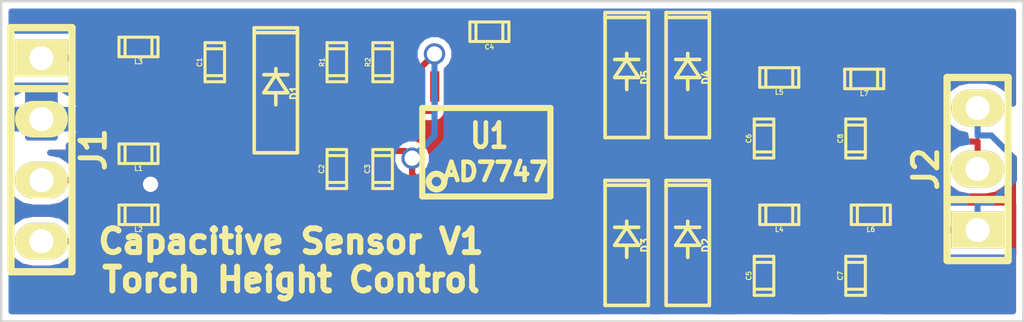
<source format=kicad_pcb>
(kicad_pcb (version 3) (host pcbnew "(2013-mar-13)-testing")

  (general
    (links 48)
    (no_connects 0)
    (area 61.544999 84.404999 104.190001 97.840001)
    (thickness 1.6)
    (drawings 5)
    (tracks 180)
    (zones 0)
    (modules 25)
    (nets 20)
  )

  (page A4)
  (layers
    (15 F.Cu signal)
    (0 B.Cu signal)
    (16 B.Adhes user)
    (17 F.Adhes user)
    (18 B.Paste user)
    (19 F.Paste user)
    (20 B.SilkS user)
    (21 F.SilkS user)
    (22 B.Mask user)
    (23 F.Mask user)
    (24 Dwgs.User user)
    (25 Cmts.User user)
    (26 Eco1.User user)
    (27 Eco2.User user)
    (28 Edge.Cuts user)
  )

  (setup
    (last_trace_width 0.254)
    (trace_clearance 0.254)
    (zone_clearance 0.254)
    (zone_45_only no)
    (trace_min 0.254)
    (segment_width 0.2)
    (edge_width 0.1)
    (via_size 0.889)
    (via_drill 0.635)
    (via_min_size 0.889)
    (via_min_drill 0.508)
    (uvia_size 0.508)
    (uvia_drill 0.127)
    (uvias_allowed no)
    (uvia_min_size 0.508)
    (uvia_min_drill 0.127)
    (pcb_text_width 0.3)
    (pcb_text_size 1.5 1.5)
    (mod_edge_width 0.15)
    (mod_text_size 1 1)
    (mod_text_width 0.15)
    (pad_size 1.5 1.5)
    (pad_drill 0.6)
    (pad_to_mask_clearance 0)
    (aux_axis_origin 0 0)
    (visible_elements FFFFFF7F)
    (pcbplotparams
      (layerselection 15761409)
      (usegerberextensions true)
      (excludeedgelayer true)
      (linewidth 0.150000)
      (plotframeref false)
      (viasonmask false)
      (mode 1)
      (useauxorigin false)
      (hpglpennumber 1)
      (hpglpenspeed 20)
      (hpglpendiameter 15)
      (hpglpenoverlay 2)
      (psnegative false)
      (psa4output false)
      (plotreference true)
      (plotvalue true)
      (plotothertext true)
      (plotinvisibletext false)
      (padsonsilk false)
      (subtractmaskfromsilk false)
      (outputformat 1)
      (mirror false)
      (drillshape 0)
      (scaleselection 1)
      (outputdirectory /home/paul/kicad/gbr))
  )

  (net 0 "")
  (net 1 /CapSense)
  (net 2 /F_CapSense)
  (net 3 /F_SCL)
  (net 4 /F_SDA)
  (net 5 /F_Shield)
  (net 6 /F_VCC)
  (net 7 /GND)
  (net 8 /SCL)
  (net 9 /SDA)
  (net 10 /Shield)
  (net 11 /VCC)
  (net 12 N-0000012)
  (net 13 N-0000013)
  (net 14 N-0000014)
  (net 15 N-0000015)
  (net 16 N-0000016)
  (net 17 N-0000019)
  (net 18 N-000003)
  (net 19 N-000004)

  (net_class Default "This is the default net class."
    (clearance 0.254)
    (trace_width 0.254)
    (via_dia 0.889)
    (via_drill 0.635)
    (uvia_dia 0.508)
    (uvia_drill 0.127)
    (add_net "")
    (add_net /CapSense)
    (add_net /F_CapSense)
    (add_net /F_SCL)
    (add_net /F_SDA)
    (add_net /F_Shield)
    (add_net /F_VCC)
    (add_net /GND)
    (add_net /SCL)
    (add_net /SDA)
    (add_net /Shield)
    (add_net /VCC)
    (add_net N-0000012)
    (add_net N-0000013)
    (add_net N-0000014)
    (add_net N-0000015)
    (add_net N-0000016)
    (add_net N-0000019)
    (add_net N-000003)
    (add_net N-000004)
  )

  (module c_0603 (layer F.Cu) (tedit 490472AA) (tstamp 51F8E03A)
    (at 70.485 86.995 90)
    (descr "SMT capacitor, 0603")
    (path /51F7BFAD)
    (fp_text reference C1 (at 0 -0.635 90) (layer F.SilkS)
      (effects (font (size 0.20066 0.20066) (thickness 0.04064)))
    )
    (fp_text value 2.2uF (at 0 0.635 90) (layer F.SilkS) hide
      (effects (font (size 0.20066 0.20066) (thickness 0.04064)))
    )
    (fp_line (start 0.5588 0.4064) (end 0.5588 -0.4064) (layer F.SilkS) (width 0.127))
    (fp_line (start -0.5588 -0.381) (end -0.5588 0.4064) (layer F.SilkS) (width 0.127))
    (fp_line (start -0.8128 -0.4064) (end 0.8128 -0.4064) (layer F.SilkS) (width 0.127))
    (fp_line (start 0.8128 -0.4064) (end 0.8128 0.4064) (layer F.SilkS) (width 0.127))
    (fp_line (start 0.8128 0.4064) (end -0.8128 0.4064) (layer F.SilkS) (width 0.127))
    (fp_line (start -0.8128 0.4064) (end -0.8128 -0.4064) (layer F.SilkS) (width 0.127))
    (pad 1 smd rect (at 0.75184 0 90) (size 0.89916 1.00076)
      (layers F.Cu F.Paste F.Mask)
      (net 6 /F_VCC)
    )
    (pad 2 smd rect (at -0.75184 0 90) (size 0.89916 1.00076)
      (layers F.Cu F.Paste F.Mask)
      (net 7 /GND)
    )
    (model smd/capacitors/c_0603.wrl
      (at (xyz 0 0 0))
      (scale (xyz 1 1 1))
      (rotate (xyz 0 0 0))
    )
  )

  (module c_0603 (layer F.Cu) (tedit 490472AA) (tstamp 51F8E046)
    (at 75.565 91.44 90)
    (descr "SMT capacitor, 0603")
    (path /51F7BFBC)
    (fp_text reference C2 (at 0 -0.635 90) (layer F.SilkS)
      (effects (font (size 0.20066 0.20066) (thickness 0.04064)))
    )
    (fp_text value 10pf (at 0 0.635 90) (layer F.SilkS) hide
      (effects (font (size 0.20066 0.20066) (thickness 0.04064)))
    )
    (fp_line (start 0.5588 0.4064) (end 0.5588 -0.4064) (layer F.SilkS) (width 0.127))
    (fp_line (start -0.5588 -0.381) (end -0.5588 0.4064) (layer F.SilkS) (width 0.127))
    (fp_line (start -0.8128 -0.4064) (end 0.8128 -0.4064) (layer F.SilkS) (width 0.127))
    (fp_line (start 0.8128 -0.4064) (end 0.8128 0.4064) (layer F.SilkS) (width 0.127))
    (fp_line (start 0.8128 0.4064) (end -0.8128 0.4064) (layer F.SilkS) (width 0.127))
    (fp_line (start -0.8128 0.4064) (end -0.8128 -0.4064) (layer F.SilkS) (width 0.127))
    (pad 1 smd rect (at 0.75184 0 90) (size 0.89916 1.00076)
      (layers F.Cu F.Paste F.Mask)
      (net 4 /F_SDA)
    )
    (pad 2 smd rect (at -0.75184 0 90) (size 0.89916 1.00076)
      (layers F.Cu F.Paste F.Mask)
      (net 7 /GND)
    )
    (model smd/capacitors/c_0603.wrl
      (at (xyz 0 0 0))
      (scale (xyz 1 1 1))
      (rotate (xyz 0 0 0))
    )
  )

  (module c_0603 (layer F.Cu) (tedit 490472AA) (tstamp 51F8E052)
    (at 77.47 91.44 90)
    (descr "SMT capacitor, 0603")
    (path /51F7BFCB)
    (fp_text reference C3 (at 0 -0.635 90) (layer F.SilkS)
      (effects (font (size 0.20066 0.20066) (thickness 0.04064)))
    )
    (fp_text value 10pf (at 0 0.635 90) (layer F.SilkS) hide
      (effects (font (size 0.20066 0.20066) (thickness 0.04064)))
    )
    (fp_line (start 0.5588 0.4064) (end 0.5588 -0.4064) (layer F.SilkS) (width 0.127))
    (fp_line (start -0.5588 -0.381) (end -0.5588 0.4064) (layer F.SilkS) (width 0.127))
    (fp_line (start -0.8128 -0.4064) (end 0.8128 -0.4064) (layer F.SilkS) (width 0.127))
    (fp_line (start 0.8128 -0.4064) (end 0.8128 0.4064) (layer F.SilkS) (width 0.127))
    (fp_line (start 0.8128 0.4064) (end -0.8128 0.4064) (layer F.SilkS) (width 0.127))
    (fp_line (start -0.8128 0.4064) (end -0.8128 -0.4064) (layer F.SilkS) (width 0.127))
    (pad 1 smd rect (at 0.75184 0 90) (size 0.89916 1.00076)
      (layers F.Cu F.Paste F.Mask)
      (net 3 /F_SCL)
    )
    (pad 2 smd rect (at -0.75184 0 90) (size 0.89916 1.00076)
      (layers F.Cu F.Paste F.Mask)
      (net 7 /GND)
    )
    (model smd/capacitors/c_0603.wrl
      (at (xyz 0 0 0))
      (scale (xyz 1 1 1))
      (rotate (xyz 0 0 0))
    )
  )

  (module c_0603 (layer F.Cu) (tedit 490472AA) (tstamp 51F8E05E)
    (at 81.915 85.725 180)
    (descr "SMT capacitor, 0603")
    (path /51F7C916)
    (fp_text reference C4 (at 0 -0.635 180) (layer F.SilkS)
      (effects (font (size 0.20066 0.20066) (thickness 0.04064)))
    )
    (fp_text value 2.2uf (at 0 0.635 180) (layer F.SilkS) hide
      (effects (font (size 0.20066 0.20066) (thickness 0.04064)))
    )
    (fp_line (start 0.5588 0.4064) (end 0.5588 -0.4064) (layer F.SilkS) (width 0.127))
    (fp_line (start -0.5588 -0.381) (end -0.5588 0.4064) (layer F.SilkS) (width 0.127))
    (fp_line (start -0.8128 -0.4064) (end 0.8128 -0.4064) (layer F.SilkS) (width 0.127))
    (fp_line (start 0.8128 -0.4064) (end 0.8128 0.4064) (layer F.SilkS) (width 0.127))
    (fp_line (start 0.8128 0.4064) (end -0.8128 0.4064) (layer F.SilkS) (width 0.127))
    (fp_line (start -0.8128 0.4064) (end -0.8128 -0.4064) (layer F.SilkS) (width 0.127))
    (pad 1 smd rect (at 0.75184 0 180) (size 0.89916 1.00076)
      (layers F.Cu F.Paste F.Mask)
      (net 6 /F_VCC)
    )
    (pad 2 smd rect (at -0.75184 0 180) (size 0.89916 1.00076)
      (layers F.Cu F.Paste F.Mask)
      (net 7 /GND)
    )
    (model smd/capacitors/c_0603.wrl
      (at (xyz 0 0 0))
      (scale (xyz 1 1 1))
      (rotate (xyz 0 0 0))
    )
  )

  (module c_0603 (layer F.Cu) (tedit 490472AA) (tstamp 51F8E06A)
    (at 93.345 95.885 90)
    (descr "SMT capacitor, 0603")
    (path /51F7D6F7)
    (fp_text reference C5 (at 0 -0.635 90) (layer F.SilkS)
      (effects (font (size 0.20066 0.20066) (thickness 0.04064)))
    )
    (fp_text value 0.5pF (at 0 0.635 90) (layer F.SilkS) hide
      (effects (font (size 0.20066 0.20066) (thickness 0.04064)))
    )
    (fp_line (start 0.5588 0.4064) (end 0.5588 -0.4064) (layer F.SilkS) (width 0.127))
    (fp_line (start -0.5588 -0.381) (end -0.5588 0.4064) (layer F.SilkS) (width 0.127))
    (fp_line (start -0.8128 -0.4064) (end 0.8128 -0.4064) (layer F.SilkS) (width 0.127))
    (fp_line (start 0.8128 -0.4064) (end 0.8128 0.4064) (layer F.SilkS) (width 0.127))
    (fp_line (start 0.8128 0.4064) (end -0.8128 0.4064) (layer F.SilkS) (width 0.127))
    (fp_line (start -0.8128 0.4064) (end -0.8128 -0.4064) (layer F.SilkS) (width 0.127))
    (pad 1 smd rect (at 0.75184 0 90) (size 0.89916 1.00076)
      (layers F.Cu F.Paste F.Mask)
      (net 5 /F_Shield)
    )
    (pad 2 smd rect (at -0.75184 0 90) (size 0.89916 1.00076)
      (layers F.Cu F.Paste F.Mask)
      (net 7 /GND)
    )
    (model smd/capacitors/c_0603.wrl
      (at (xyz 0 0 0))
      (scale (xyz 1 1 1))
      (rotate (xyz 0 0 0))
    )
  )

  (module c_0603 (layer F.Cu) (tedit 490472AA) (tstamp 51F8E076)
    (at 93.345 90.17 90)
    (descr "SMT capacitor, 0603")
    (path /51F7C639)
    (fp_text reference C6 (at 0 -0.635 90) (layer F.SilkS)
      (effects (font (size 0.20066 0.20066) (thickness 0.04064)))
    )
    (fp_text value 0.5pF (at 0 0.635 90) (layer F.SilkS) hide
      (effects (font (size 0.20066 0.20066) (thickness 0.04064)))
    )
    (fp_line (start 0.5588 0.4064) (end 0.5588 -0.4064) (layer F.SilkS) (width 0.127))
    (fp_line (start -0.5588 -0.381) (end -0.5588 0.4064) (layer F.SilkS) (width 0.127))
    (fp_line (start -0.8128 -0.4064) (end 0.8128 -0.4064) (layer F.SilkS) (width 0.127))
    (fp_line (start 0.8128 -0.4064) (end 0.8128 0.4064) (layer F.SilkS) (width 0.127))
    (fp_line (start 0.8128 0.4064) (end -0.8128 0.4064) (layer F.SilkS) (width 0.127))
    (fp_line (start -0.8128 0.4064) (end -0.8128 -0.4064) (layer F.SilkS) (width 0.127))
    (pad 1 smd rect (at 0.75184 0 90) (size 0.89916 1.00076)
      (layers F.Cu F.Paste F.Mask)
      (net 2 /F_CapSense)
    )
    (pad 2 smd rect (at -0.75184 0 90) (size 0.89916 1.00076)
      (layers F.Cu F.Paste F.Mask)
      (net 7 /GND)
    )
    (model smd/capacitors/c_0603.wrl
      (at (xyz 0 0 0))
      (scale (xyz 1 1 1))
      (rotate (xyz 0 0 0))
    )
  )

  (module c_0603 (layer F.Cu) (tedit 490472AA) (tstamp 51F8E082)
    (at 97.155 95.885 90)
    (descr "SMT capacitor, 0603")
    (path /51F7D6EE)
    (fp_text reference C7 (at 0 -0.635 90) (layer F.SilkS)
      (effects (font (size 0.20066 0.20066) (thickness 0.04064)))
    )
    (fp_text value 0.5pf (at 0 0.635 90) (layer F.SilkS) hide
      (effects (font (size 0.20066 0.20066) (thickness 0.04064)))
    )
    (fp_line (start 0.5588 0.4064) (end 0.5588 -0.4064) (layer F.SilkS) (width 0.127))
    (fp_line (start -0.5588 -0.381) (end -0.5588 0.4064) (layer F.SilkS) (width 0.127))
    (fp_line (start -0.8128 -0.4064) (end 0.8128 -0.4064) (layer F.SilkS) (width 0.127))
    (fp_line (start 0.8128 -0.4064) (end 0.8128 0.4064) (layer F.SilkS) (width 0.127))
    (fp_line (start 0.8128 0.4064) (end -0.8128 0.4064) (layer F.SilkS) (width 0.127))
    (fp_line (start -0.8128 0.4064) (end -0.8128 -0.4064) (layer F.SilkS) (width 0.127))
    (pad 1 smd rect (at 0.75184 0 90) (size 0.89916 1.00076)
      (layers F.Cu F.Paste F.Mask)
      (net 19 N-000004)
    )
    (pad 2 smd rect (at -0.75184 0 90) (size 0.89916 1.00076)
      (layers F.Cu F.Paste F.Mask)
      (net 7 /GND)
    )
    (model smd/capacitors/c_0603.wrl
      (at (xyz 0 0 0))
      (scale (xyz 1 1 1))
      (rotate (xyz 0 0 0))
    )
  )

  (module c_0603 (layer F.Cu) (tedit 490472AA) (tstamp 51F8E08E)
    (at 97.155 90.17 90)
    (descr "SMT capacitor, 0603")
    (path /51F7C62A)
    (fp_text reference C8 (at 0 -0.635 90) (layer F.SilkS)
      (effects (font (size 0.20066 0.20066) (thickness 0.04064)))
    )
    (fp_text value 0.5pf (at 0 0.635 90) (layer F.SilkS) hide
      (effects (font (size 0.20066 0.20066) (thickness 0.04064)))
    )
    (fp_line (start 0.5588 0.4064) (end 0.5588 -0.4064) (layer F.SilkS) (width 0.127))
    (fp_line (start -0.5588 -0.381) (end -0.5588 0.4064) (layer F.SilkS) (width 0.127))
    (fp_line (start -0.8128 -0.4064) (end 0.8128 -0.4064) (layer F.SilkS) (width 0.127))
    (fp_line (start 0.8128 -0.4064) (end 0.8128 0.4064) (layer F.SilkS) (width 0.127))
    (fp_line (start 0.8128 0.4064) (end -0.8128 0.4064) (layer F.SilkS) (width 0.127))
    (fp_line (start -0.8128 0.4064) (end -0.8128 -0.4064) (layer F.SilkS) (width 0.127))
    (pad 1 smd rect (at 0.75184 0 90) (size 0.89916 1.00076)
      (layers F.Cu F.Paste F.Mask)
      (net 18 N-000003)
    )
    (pad 2 smd rect (at -0.75184 0 90) (size 0.89916 1.00076)
      (layers F.Cu F.Paste F.Mask)
      (net 7 /GND)
    )
    (model smd/capacitors/c_0603.wrl
      (at (xyz 0 0 0))
      (scale (xyz 1 1 1))
      (rotate (xyz 0 0 0))
    )
  )

  (module TSSOP16 (layer F.Cu) (tedit 4E43E09E) (tstamp 51F8E0A7)
    (at 81.915 90.805)
    (path /51F7C570)
    (attr smd)
    (fp_text reference U1 (at 0 -0.7493) (layer F.SilkS)
      (effects (font (size 1.016 0.762) (thickness 0.1905)))
    )
    (fp_text value AD7747 (at 0.24892 0.7493) (layer F.SilkS)
      (effects (font (size 0.762 0.762) (thickness 0.1905)))
    )
    (fp_line (start -2.794 -1.905) (end 2.54 -1.905) (layer F.SilkS) (width 0.254))
    (fp_line (start 2.54 -1.905) (end 2.54 1.778) (layer F.SilkS) (width 0.254))
    (fp_line (start 2.54 1.778) (end -2.794 1.778) (layer F.SilkS) (width 0.254))
    (fp_line (start -2.794 1.778) (end -2.794 -1.905) (layer F.SilkS) (width 0.254))
    (fp_circle (center -2.20218 1.15824) (end -2.40538 1.41224) (layer F.SilkS) (width 0.254))
    (pad 1 smd rect (at -2.27584 2.79908) (size 0.381 1.27)
      (layers F.Cu F.Paste F.Mask)
      (net 3 /F_SCL)
    )
    (pad 2 smd rect (at -1.6256 2.79908) (size 0.381 1.27)
      (layers F.Cu F.Paste F.Mask)
      (net 17 N-0000019)
    )
    (pad 3 smd rect (at -0.97536 2.79908) (size 0.381 1.27)
      (layers F.Cu F.Paste F.Mask)
      (net 5 /F_Shield)
    )
    (pad 4 smd rect (at -0.32512 2.79908) (size 0.381 1.27)
      (layers F.Cu F.Paste F.Mask)
      (net 16 N-0000016)
    )
    (pad 5 smd rect (at 0.32512 2.79908) (size 0.381 1.27)
      (layers F.Cu F.Paste F.Mask)
      (net 7 /GND)
    )
    (pad 6 smd rect (at 0.97536 2.79908) (size 0.381 1.27)
      (layers F.Cu F.Paste F.Mask)
      (net 7 /GND)
    )
    (pad 7 smd rect (at 1.6256 2.79908) (size 0.381 1.27)
      (layers F.Cu F.Paste F.Mask)
      (net 12 N-0000012)
    )
    (pad 8 smd rect (at 2.27584 2.79908) (size 0.381 1.27)
      (layers F.Cu F.Paste F.Mask)
      (net 2 /F_CapSense)
    )
    (pad 9 smd rect (at 2.27584 -2.79908) (size 0.381 1.27)
      (layers F.Cu F.Paste F.Mask)
      (net 13 N-0000013)
    )
    (pad 10 smd rect (at 1.6256 -2.79908) (size 0.381 1.27)
      (layers F.Cu F.Paste F.Mask)
      (net 14 N-0000014)
    )
    (pad 11 smd rect (at 0.97536 -2.79908) (size 0.381 1.27)
      (layers F.Cu F.Paste F.Mask)
      (net 7 /GND)
    )
    (pad 12 smd rect (at 0.32512 -2.79908) (size 0.381 1.27)
      (layers F.Cu F.Paste F.Mask)
      (net 7 /GND)
    )
    (pad 13 smd rect (at -0.32512 -2.79908) (size 0.381 1.27)
      (layers F.Cu F.Paste F.Mask)
      (net 7 /GND)
    )
    (pad 14 smd rect (at -0.97536 -2.79908) (size 0.381 1.27)
      (layers F.Cu F.Paste F.Mask)
      (net 6 /F_VCC)
    )
    (pad 15 smd rect (at -1.6256 -2.79908) (size 0.381 1.27)
      (layers F.Cu F.Paste F.Mask)
      (net 15 N-0000015)
    )
    (pad 16 smd rect (at -2.27584 -2.79908) (size 0.381 1.27)
      (layers F.Cu F.Paste F.Mask)
      (net 4 /F_SDA)
    )
    (model smd\smd_dil\tssop-16.wrl
      (at (xyz 0 0 0))
      (scale (xyz 1 1 1))
      (rotate (xyz 0 0 0))
    )
  )

  (module SOD123 (layer F.Cu) (tedit 50C4C290) (tstamp 51F8E3AF)
    (at 73.025 88.265 90)
    (tags DIODE)
    (path /51F820A1)
    (attr smd)
    (fp_text reference D1 (at 0 0.762 90) (layer F.SilkS)
      (effects (font (size 0.3048 0.3048) (thickness 0.0762)))
    )
    (fp_text value 6V (at 0 -0.635 90) (layer F.SilkS) hide
      (effects (font (size 0.3048 0.3048) (thickness 0.0762)))
    )
    (fp_line (start 2.5 -0.9) (end -2.5 -0.9) (layer F.SilkS) (width 0.15))
    (fp_line (start -2.5 -0.9) (end -2.5 0.9) (layer F.SilkS) (width 0.15))
    (fp_line (start -2.5 0.9) (end 2.5 0.9) (layer F.SilkS) (width 0.15))
    (fp_line (start 2.5 0.9) (end 2.5 -0.9) (layer F.SilkS) (width 0.15))
    (fp_line (start 2.5 -0.9) (end 2.7 -0.9) (layer F.SilkS) (width 0.15))
    (fp_line (start 2.7 -0.9) (end 2.7 0.9) (layer F.SilkS) (width 0.15))
    (fp_line (start 2.7 0.9) (end 2.5 0.9) (layer F.SilkS) (width 0.15))
    (fp_line (start 0.75 0) (end 1 0) (layer F.SilkS) (width 0.15))
    (fp_line (start 0 0) (end -0.5 0) (layer F.SilkS) (width 0.15))
    (fp_line (start 0.75 0) (end 0 0.5) (layer F.SilkS) (width 0.15))
    (fp_line (start 0 0.5) (end 0 -0.5) (layer F.SilkS) (width 0.15))
    (fp_line (start 0 -0.5) (end 0.75 0) (layer F.SilkS) (width 0.15))
    (fp_line (start 0.75 -0.5) (end 0.75 0.5) (layer F.SilkS) (width 0.15))
    (pad 1 smd rect (at -1.85 0 90) (size 0.7 1.2)
      (layers F.Cu F.Paste F.Mask)
      (net 7 /GND)
    )
    (pad 2 smd rect (at 1.85 0 90) (size 0.7 1.2)
      (layers F.Cu F.Paste F.Mask)
      (net 6 /F_VCC)
    )
    (model smd\chip_cms.wrl
      (at (xyz 0 0 0.002))
      (scale (xyz 0.05 0.05 0.05))
      (rotate (xyz 0 0 0))
    )
  )

  (module SOD123 (layer F.Cu) (tedit 50C4C290) (tstamp 51F8E3C2)
    (at 90.17 94.615 90)
    (tags DIODE)
    (path /51F81A21)
    (attr smd)
    (fp_text reference D2 (at 0 0.762 90) (layer F.SilkS)
      (effects (font (size 0.3048 0.3048) (thickness 0.0762)))
    )
    (fp_text value 70V (at 0 -0.635 90) (layer F.SilkS) hide
      (effects (font (size 0.3048 0.3048) (thickness 0.0762)))
    )
    (fp_line (start 2.5 -0.9) (end -2.5 -0.9) (layer F.SilkS) (width 0.15))
    (fp_line (start -2.5 -0.9) (end -2.5 0.9) (layer F.SilkS) (width 0.15))
    (fp_line (start -2.5 0.9) (end 2.5 0.9) (layer F.SilkS) (width 0.15))
    (fp_line (start 2.5 0.9) (end 2.5 -0.9) (layer F.SilkS) (width 0.15))
    (fp_line (start 2.5 -0.9) (end 2.7 -0.9) (layer F.SilkS) (width 0.15))
    (fp_line (start 2.7 -0.9) (end 2.7 0.9) (layer F.SilkS) (width 0.15))
    (fp_line (start 2.7 0.9) (end 2.5 0.9) (layer F.SilkS) (width 0.15))
    (fp_line (start 0.75 0) (end 1 0) (layer F.SilkS) (width 0.15))
    (fp_line (start 0 0) (end -0.5 0) (layer F.SilkS) (width 0.15))
    (fp_line (start 0.75 0) (end 0 0.5) (layer F.SilkS) (width 0.15))
    (fp_line (start 0 0.5) (end 0 -0.5) (layer F.SilkS) (width 0.15))
    (fp_line (start 0 -0.5) (end 0.75 0) (layer F.SilkS) (width 0.15))
    (fp_line (start 0.75 -0.5) (end 0.75 0.5) (layer F.SilkS) (width 0.15))
    (pad 1 smd rect (at -1.85 0 90) (size 0.7 1.2)
      (layers F.Cu F.Paste F.Mask)
      (net 7 /GND)
    )
    (pad 2 smd rect (at 1.85 0 90) (size 0.7 1.2)
      (layers F.Cu F.Paste F.Mask)
      (net 5 /F_Shield)
    )
    (model smd\chip_cms.wrl
      (at (xyz 0 0 0.002))
      (scale (xyz 0.05 0.05 0.05))
      (rotate (xyz 0 0 0))
    )
  )

  (module SOD123 (layer F.Cu) (tedit 50C4C290) (tstamp 51F8E3D5)
    (at 87.63 94.615 90)
    (tags DIODE)
    (path /51F81A53)
    (attr smd)
    (fp_text reference D3 (at 0 0.762 90) (layer F.SilkS)
      (effects (font (size 0.3048 0.3048) (thickness 0.0762)))
    )
    (fp_text value 70V (at 0 -0.635 90) (layer F.SilkS) hide
      (effects (font (size 0.3048 0.3048) (thickness 0.0762)))
    )
    (fp_line (start 2.5 -0.9) (end -2.5 -0.9) (layer F.SilkS) (width 0.15))
    (fp_line (start -2.5 -0.9) (end -2.5 0.9) (layer F.SilkS) (width 0.15))
    (fp_line (start -2.5 0.9) (end 2.5 0.9) (layer F.SilkS) (width 0.15))
    (fp_line (start 2.5 0.9) (end 2.5 -0.9) (layer F.SilkS) (width 0.15))
    (fp_line (start 2.5 -0.9) (end 2.7 -0.9) (layer F.SilkS) (width 0.15))
    (fp_line (start 2.7 -0.9) (end 2.7 0.9) (layer F.SilkS) (width 0.15))
    (fp_line (start 2.7 0.9) (end 2.5 0.9) (layer F.SilkS) (width 0.15))
    (fp_line (start 0.75 0) (end 1 0) (layer F.SilkS) (width 0.15))
    (fp_line (start 0 0) (end -0.5 0) (layer F.SilkS) (width 0.15))
    (fp_line (start 0.75 0) (end 0 0.5) (layer F.SilkS) (width 0.15))
    (fp_line (start 0 0.5) (end 0 -0.5) (layer F.SilkS) (width 0.15))
    (fp_line (start 0 -0.5) (end 0.75 0) (layer F.SilkS) (width 0.15))
    (fp_line (start 0.75 -0.5) (end 0.75 0.5) (layer F.SilkS) (width 0.15))
    (pad 1 smd rect (at -1.85 0 90) (size 0.7 1.2)
      (layers F.Cu F.Paste F.Mask)
      (net 7 /GND)
    )
    (pad 2 smd rect (at 1.85 0 90) (size 0.7 1.2)
      (layers F.Cu F.Paste F.Mask)
      (net 2 /F_CapSense)
    )
    (model smd\chip_cms.wrl
      (at (xyz 0 0 0.002))
      (scale (xyz 0.05 0.05 0.05))
      (rotate (xyz 0 0 0))
    )
  )

  (module SOD123 (layer F.Cu) (tedit 50C4C290) (tstamp 51F8E3E8)
    (at 90.17 87.63 90)
    (tags DIODE)
    (path /51F819F4)
    (attr smd)
    (fp_text reference D4 (at 0 0.762 90) (layer F.SilkS)
      (effects (font (size 0.3048 0.3048) (thickness 0.0762)))
    )
    (fp_text value 70V (at 0 -0.635 90) (layer F.SilkS) hide
      (effects (font (size 0.3048 0.3048) (thickness 0.0762)))
    )
    (fp_line (start 2.5 -0.9) (end -2.5 -0.9) (layer F.SilkS) (width 0.15))
    (fp_line (start -2.5 -0.9) (end -2.5 0.9) (layer F.SilkS) (width 0.15))
    (fp_line (start -2.5 0.9) (end 2.5 0.9) (layer F.SilkS) (width 0.15))
    (fp_line (start 2.5 0.9) (end 2.5 -0.9) (layer F.SilkS) (width 0.15))
    (fp_line (start 2.5 -0.9) (end 2.7 -0.9) (layer F.SilkS) (width 0.15))
    (fp_line (start 2.7 -0.9) (end 2.7 0.9) (layer F.SilkS) (width 0.15))
    (fp_line (start 2.7 0.9) (end 2.5 0.9) (layer F.SilkS) (width 0.15))
    (fp_line (start 0.75 0) (end 1 0) (layer F.SilkS) (width 0.15))
    (fp_line (start 0 0) (end -0.5 0) (layer F.SilkS) (width 0.15))
    (fp_line (start 0.75 0) (end 0 0.5) (layer F.SilkS) (width 0.15))
    (fp_line (start 0 0.5) (end 0 -0.5) (layer F.SilkS) (width 0.15))
    (fp_line (start 0 -0.5) (end 0.75 0) (layer F.SilkS) (width 0.15))
    (fp_line (start 0.75 -0.5) (end 0.75 0.5) (layer F.SilkS) (width 0.15))
    (pad 1 smd rect (at -1.85 0 90) (size 0.7 1.2)
      (layers F.Cu F.Paste F.Mask)
      (net 5 /F_Shield)
    )
    (pad 2 smd rect (at 1.85 0 90) (size 0.7 1.2)
      (layers F.Cu F.Paste F.Mask)
      (net 6 /F_VCC)
    )
    (model smd\chip_cms.wrl
      (at (xyz 0 0 0.002))
      (scale (xyz 0.05 0.05 0.05))
      (rotate (xyz 0 0 0))
    )
  )

  (module SOD123 (layer F.Cu) (tedit 50C4C290) (tstamp 51F8E3FB)
    (at 87.63 87.63 90)
    (tags DIODE)
    (path /51F81A03)
    (attr smd)
    (fp_text reference D5 (at 0 0.762 90) (layer F.SilkS)
      (effects (font (size 0.3048 0.3048) (thickness 0.0762)))
    )
    (fp_text value 70V (at 0 -0.635 90) (layer F.SilkS) hide
      (effects (font (size 0.3048 0.3048) (thickness 0.0762)))
    )
    (fp_line (start 2.5 -0.9) (end -2.5 -0.9) (layer F.SilkS) (width 0.15))
    (fp_line (start -2.5 -0.9) (end -2.5 0.9) (layer F.SilkS) (width 0.15))
    (fp_line (start -2.5 0.9) (end 2.5 0.9) (layer F.SilkS) (width 0.15))
    (fp_line (start 2.5 0.9) (end 2.5 -0.9) (layer F.SilkS) (width 0.15))
    (fp_line (start 2.5 -0.9) (end 2.7 -0.9) (layer F.SilkS) (width 0.15))
    (fp_line (start 2.7 -0.9) (end 2.7 0.9) (layer F.SilkS) (width 0.15))
    (fp_line (start 2.7 0.9) (end 2.5 0.9) (layer F.SilkS) (width 0.15))
    (fp_line (start 0.75 0) (end 1 0) (layer F.SilkS) (width 0.15))
    (fp_line (start 0 0) (end -0.5 0) (layer F.SilkS) (width 0.15))
    (fp_line (start 0.75 0) (end 0 0.5) (layer F.SilkS) (width 0.15))
    (fp_line (start 0 0.5) (end 0 -0.5) (layer F.SilkS) (width 0.15))
    (fp_line (start 0 -0.5) (end 0.75 0) (layer F.SilkS) (width 0.15))
    (fp_line (start 0.75 -0.5) (end 0.75 0.5) (layer F.SilkS) (width 0.15))
    (pad 1 smd rect (at -1.85 0 90) (size 0.7 1.2)
      (layers F.Cu F.Paste F.Mask)
      (net 2 /F_CapSense)
    )
    (pad 2 smd rect (at 1.85 0 90) (size 0.7 1.2)
      (layers F.Cu F.Paste F.Mask)
      (net 6 /F_VCC)
    )
    (model smd\chip_cms.wrl
      (at (xyz 0 0 0.002))
      (scale (xyz 0.05 0.05 0.05))
      (rotate (xyz 0 0 0))
    )
  )

  (module pin_strip_4 (layer F.Cu) (tedit 4B90DFFC) (tstamp 51F8E408)
    (at 63.27 90.635 270)
    (descr "Pin strip 4pin")
    (tags "CONN DEV")
    (path /51F7BEDD)
    (fp_text reference J1 (at 0 -2.159 270) (layer F.SilkS)
      (effects (font (size 1.016 1.016) (thickness 0.2032)))
    )
    (fp_text value HEADER_4 (at 0.254 -3.556 270) (layer F.SilkS) hide
      (effects (font (size 1.016 0.889) (thickness 0.2032)))
    )
    (fp_line (start -2.54 -1.27) (end -2.54 1.27) (layer F.SilkS) (width 0.3048))
    (fp_line (start 5.08 1.27) (end -5.08 1.27) (layer F.SilkS) (width 0.3048))
    (fp_line (start -5.08 -1.27) (end 5.08 -1.27) (layer F.SilkS) (width 0.3048))
    (fp_line (start -5.08 1.27) (end -5.08 -1.27) (layer F.SilkS) (width 0.3048))
    (fp_line (start 5.08 -1.27) (end 5.08 1.27) (layer F.SilkS) (width 0.3048))
    (pad 1 thru_hole rect (at -3.81 0 270) (size 1.524 2.19964) (drill 1.00076)
      (layers *.Cu *.Mask F.SilkS)
      (net 11 /VCC)
    )
    (pad 2 thru_hole oval (at -1.27 0 270) (size 1.524 2.19964) (drill 1.00076)
      (layers *.Cu *.Mask F.SilkS)
      (net 7 /GND)
    )
    (pad 3 thru_hole oval (at 1.27 0 270) (size 1.524 2.19964) (drill 1.00076)
      (layers *.Cu *.Mask F.SilkS)
      (net 9 /SDA)
    )
    (pad 4 thru_hole oval (at 3.81 0 270) (size 1.524 2.19964) (drill 1.00076)
      (layers *.Cu *.Mask F.SilkS)
      (net 8 /SCL)
    )
    (model walter/pin_strip/pin_strip_4.wrl
      (at (xyz 0 0 0))
      (scale (xyz 1 1 1))
      (rotate (xyz 0 0 0))
    )
  )

  (module pin_strip_3 (layer F.Cu) (tedit 4B90E017) (tstamp 51F8E414)
    (at 102.235 91.44 90)
    (descr "Pin strip 3pin")
    (tags "CONN DEV")
    (path /51F7DC66)
    (fp_text reference J2 (at 0 -2.159 90) (layer F.SilkS)
      (effects (font (size 1.016 1.016) (thickness 0.2032)))
    )
    (fp_text value HEADER_3 (at 0.254 -3.556 90) (layer F.SilkS) hide
      (effects (font (size 1.016 0.889) (thickness 0.2032)))
    )
    (fp_line (start -1.27 1.27) (end -1.27 -1.27) (layer F.SilkS) (width 0.3048))
    (fp_line (start -3.81 -1.27) (end 3.81 -1.27) (layer F.SilkS) (width 0.3048))
    (fp_line (start 3.81 -1.27) (end 3.81 1.27) (layer F.SilkS) (width 0.3048))
    (fp_line (start 3.81 1.27) (end -3.81 1.27) (layer F.SilkS) (width 0.3048))
    (fp_line (start -3.81 1.27) (end -3.81 -1.27) (layer F.SilkS) (width 0.3048))
    (pad 1 thru_hole rect (at -2.54 0 90) (size 1.524 2.19964) (drill 1.00076)
      (layers *.Cu *.Mask F.SilkS)
      (net 10 /Shield)
    )
    (pad 2 thru_hole oval (at 0 0 90) (size 1.524 2.19964) (drill 1.00076)
      (layers *.Cu *.Mask F.SilkS)
      (net 1 /CapSense)
    )
    (pad 3 thru_hole oval (at 2.54 0 90) (size 1.524 2.19964) (drill 1.00076)
      (layers *.Cu *.Mask F.SilkS)
      (net 10 /Shield)
    )
    (model walter/pin_strip/pin_strip_3.wrl
      (at (xyz 0 0 0))
      (scale (xyz 1 1 1))
      (rotate (xyz 0 0 0))
    )
  )

  (module r_0603 (layer F.Cu) (tedit 49047332) (tstamp 51F8E420)
    (at 67.31 90.805 180)
    (descr "SMT resistor, 0603")
    (path /51F7BF7B)
    (fp_text reference L1 (at 0 -0.6096 180) (layer F.SilkS)
      (effects (font (size 0.20066 0.20066) (thickness 0.04064)))
    )
    (fp_text value "1k Z" (at 0 0.6096 180) (layer F.SilkS) hide
      (effects (font (size 0.20066 0.20066) (thickness 0.04064)))
    )
    (fp_line (start 0.5588 0.4064) (end 0.5588 -0.4064) (layer F.SilkS) (width 0.127))
    (fp_line (start -0.5588 -0.381) (end -0.5588 0.4064) (layer F.SilkS) (width 0.127))
    (fp_line (start -0.8128 -0.4064) (end 0.8128 -0.4064) (layer F.SilkS) (width 0.127))
    (fp_line (start 0.8128 -0.4064) (end 0.8128 0.4064) (layer F.SilkS) (width 0.127))
    (fp_line (start 0.8128 0.4064) (end -0.8128 0.4064) (layer F.SilkS) (width 0.127))
    (fp_line (start -0.8128 0.4064) (end -0.8128 -0.4064) (layer F.SilkS) (width 0.127))
    (pad 1 smd rect (at 0.75184 0 180) (size 0.89916 1.00076)
      (layers F.Cu F.Paste F.Mask)
      (net 9 /SDA)
    )
    (pad 2 smd rect (at -0.75184 0 180) (size 0.89916 1.00076)
      (layers F.Cu F.Paste F.Mask)
      (net 4 /F_SDA)
    )
    (model walter/smd_resistors/r_0603.wrl
      (at (xyz 0 0 0))
      (scale (xyz 1 1 1))
      (rotate (xyz 0 0 0))
    )
  )

  (module r_0603 (layer F.Cu) (tedit 49047332) (tstamp 51F8E42C)
    (at 67.31 93.345 180)
    (descr "SMT resistor, 0603")
    (path /51F7BF8F)
    (fp_text reference L2 (at 0 -0.6096 180) (layer F.SilkS)
      (effects (font (size 0.20066 0.20066) (thickness 0.04064)))
    )
    (fp_text value "1k Z" (at 0 0.6096 180) (layer F.SilkS) hide
      (effects (font (size 0.20066 0.20066) (thickness 0.04064)))
    )
    (fp_line (start 0.5588 0.4064) (end 0.5588 -0.4064) (layer F.SilkS) (width 0.127))
    (fp_line (start -0.5588 -0.381) (end -0.5588 0.4064) (layer F.SilkS) (width 0.127))
    (fp_line (start -0.8128 -0.4064) (end 0.8128 -0.4064) (layer F.SilkS) (width 0.127))
    (fp_line (start 0.8128 -0.4064) (end 0.8128 0.4064) (layer F.SilkS) (width 0.127))
    (fp_line (start 0.8128 0.4064) (end -0.8128 0.4064) (layer F.SilkS) (width 0.127))
    (fp_line (start -0.8128 0.4064) (end -0.8128 -0.4064) (layer F.SilkS) (width 0.127))
    (pad 1 smd rect (at 0.75184 0 180) (size 0.89916 1.00076)
      (layers F.Cu F.Paste F.Mask)
      (net 8 /SCL)
    )
    (pad 2 smd rect (at -0.75184 0 180) (size 0.89916 1.00076)
      (layers F.Cu F.Paste F.Mask)
      (net 3 /F_SCL)
    )
    (model walter/smd_resistors/r_0603.wrl
      (at (xyz 0 0 0))
      (scale (xyz 1 1 1))
      (rotate (xyz 0 0 0))
    )
  )

  (module r_0603 (layer F.Cu) (tedit 49047332) (tstamp 51F8E438)
    (at 67.31 86.36 180)
    (descr "SMT resistor, 0603")
    (path /51F7BF6C)
    (fp_text reference L3 (at 0 -0.6096 180) (layer F.SilkS)
      (effects (font (size 0.20066 0.20066) (thickness 0.04064)))
    )
    (fp_text value "1k Z" (at 0 0.6096 180) (layer F.SilkS) hide
      (effects (font (size 0.20066 0.20066) (thickness 0.04064)))
    )
    (fp_line (start 0.5588 0.4064) (end 0.5588 -0.4064) (layer F.SilkS) (width 0.127))
    (fp_line (start -0.5588 -0.381) (end -0.5588 0.4064) (layer F.SilkS) (width 0.127))
    (fp_line (start -0.8128 -0.4064) (end 0.8128 -0.4064) (layer F.SilkS) (width 0.127))
    (fp_line (start 0.8128 -0.4064) (end 0.8128 0.4064) (layer F.SilkS) (width 0.127))
    (fp_line (start 0.8128 0.4064) (end -0.8128 0.4064) (layer F.SilkS) (width 0.127))
    (fp_line (start -0.8128 0.4064) (end -0.8128 -0.4064) (layer F.SilkS) (width 0.127))
    (pad 1 smd rect (at 0.75184 0 180) (size 0.89916 1.00076)
      (layers F.Cu F.Paste F.Mask)
      (net 11 /VCC)
    )
    (pad 2 smd rect (at -0.75184 0 180) (size 0.89916 1.00076)
      (layers F.Cu F.Paste F.Mask)
      (net 6 /F_VCC)
    )
    (model walter/smd_resistors/r_0603.wrl
      (at (xyz 0 0 0))
      (scale (xyz 1 1 1))
      (rotate (xyz 0 0 0))
    )
  )

  (module r_0603 (layer F.Cu) (tedit 49047332) (tstamp 51F8E444)
    (at 93.98 93.345 180)
    (descr "SMT resistor, 0603")
    (path /51F7D6E5)
    (fp_text reference L4 (at 0 -0.6096 180) (layer F.SilkS)
      (effects (font (size 0.20066 0.20066) (thickness 0.04064)))
    )
    (fp_text value "1k Z" (at 0 0.6096 180) (layer F.SilkS) hide
      (effects (font (size 0.20066 0.20066) (thickness 0.04064)))
    )
    (fp_line (start 0.5588 0.4064) (end 0.5588 -0.4064) (layer F.SilkS) (width 0.127))
    (fp_line (start -0.5588 -0.381) (end -0.5588 0.4064) (layer F.SilkS) (width 0.127))
    (fp_line (start -0.8128 -0.4064) (end 0.8128 -0.4064) (layer F.SilkS) (width 0.127))
    (fp_line (start 0.8128 -0.4064) (end 0.8128 0.4064) (layer F.SilkS) (width 0.127))
    (fp_line (start 0.8128 0.4064) (end -0.8128 0.4064) (layer F.SilkS) (width 0.127))
    (fp_line (start -0.8128 0.4064) (end -0.8128 -0.4064) (layer F.SilkS) (width 0.127))
    (pad 1 smd rect (at 0.75184 0 180) (size 0.89916 1.00076)
      (layers F.Cu F.Paste F.Mask)
      (net 5 /F_Shield)
    )
    (pad 2 smd rect (at -0.75184 0 180) (size 0.89916 1.00076)
      (layers F.Cu F.Paste F.Mask)
      (net 19 N-000004)
    )
    (model walter/smd_resistors/r_0603.wrl
      (at (xyz 0 0 0))
      (scale (xyz 1 1 1))
      (rotate (xyz 0 0 0))
    )
  )

  (module r_0603 (layer F.Cu) (tedit 49047332) (tstamp 51F8E450)
    (at 93.98 87.63 180)
    (descr "SMT resistor, 0603")
    (path /51F7C616)
    (fp_text reference L5 (at 0 -0.6096 180) (layer F.SilkS)
      (effects (font (size 0.20066 0.20066) (thickness 0.04064)))
    )
    (fp_text value "1k Z" (at 0 0.6096 180) (layer F.SilkS) hide
      (effects (font (size 0.20066 0.20066) (thickness 0.04064)))
    )
    (fp_line (start 0.5588 0.4064) (end 0.5588 -0.4064) (layer F.SilkS) (width 0.127))
    (fp_line (start -0.5588 -0.381) (end -0.5588 0.4064) (layer F.SilkS) (width 0.127))
    (fp_line (start -0.8128 -0.4064) (end 0.8128 -0.4064) (layer F.SilkS) (width 0.127))
    (fp_line (start 0.8128 -0.4064) (end 0.8128 0.4064) (layer F.SilkS) (width 0.127))
    (fp_line (start 0.8128 0.4064) (end -0.8128 0.4064) (layer F.SilkS) (width 0.127))
    (fp_line (start -0.8128 0.4064) (end -0.8128 -0.4064) (layer F.SilkS) (width 0.127))
    (pad 1 smd rect (at 0.75184 0 180) (size 0.89916 1.00076)
      (layers F.Cu F.Paste F.Mask)
      (net 2 /F_CapSense)
    )
    (pad 2 smd rect (at -0.75184 0 180) (size 0.89916 1.00076)
      (layers F.Cu F.Paste F.Mask)
      (net 18 N-000003)
    )
    (model walter/smd_resistors/r_0603.wrl
      (at (xyz 0 0 0))
      (scale (xyz 1 1 1))
      (rotate (xyz 0 0 0))
    )
  )

  (module r_0603 (layer F.Cu) (tedit 49047332) (tstamp 51F8E45C)
    (at 97.79 93.345 180)
    (descr "SMT resistor, 0603")
    (path /51F7D6DC)
    (fp_text reference L6 (at 0 -0.6096 180) (layer F.SilkS)
      (effects (font (size 0.20066 0.20066) (thickness 0.04064)))
    )
    (fp_text value "1k Z" (at 0 0.6096 180) (layer F.SilkS) hide
      (effects (font (size 0.20066 0.20066) (thickness 0.04064)))
    )
    (fp_line (start 0.5588 0.4064) (end 0.5588 -0.4064) (layer F.SilkS) (width 0.127))
    (fp_line (start -0.5588 -0.381) (end -0.5588 0.4064) (layer F.SilkS) (width 0.127))
    (fp_line (start -0.8128 -0.4064) (end 0.8128 -0.4064) (layer F.SilkS) (width 0.127))
    (fp_line (start 0.8128 -0.4064) (end 0.8128 0.4064) (layer F.SilkS) (width 0.127))
    (fp_line (start 0.8128 0.4064) (end -0.8128 0.4064) (layer F.SilkS) (width 0.127))
    (fp_line (start -0.8128 0.4064) (end -0.8128 -0.4064) (layer F.SilkS) (width 0.127))
    (pad 1 smd rect (at 0.75184 0 180) (size 0.89916 1.00076)
      (layers F.Cu F.Paste F.Mask)
      (net 19 N-000004)
    )
    (pad 2 smd rect (at -0.75184 0 180) (size 0.89916 1.00076)
      (layers F.Cu F.Paste F.Mask)
      (net 10 /Shield)
    )
    (model walter/smd_resistors/r_0603.wrl
      (at (xyz 0 0 0))
      (scale (xyz 1 1 1))
      (rotate (xyz 0 0 0))
    )
  )

  (module r_0603 (layer F.Cu) (tedit 49047332) (tstamp 51F8E468)
    (at 97.515 87.69 180)
    (descr "SMT resistor, 0603")
    (path /51F7C5FD)
    (fp_text reference L7 (at 0 -0.6096 180) (layer F.SilkS)
      (effects (font (size 0.20066 0.20066) (thickness 0.04064)))
    )
    (fp_text value "1k Z" (at 0 0.6096 180) (layer F.SilkS) hide
      (effects (font (size 0.20066 0.20066) (thickness 0.04064)))
    )
    (fp_line (start 0.5588 0.4064) (end 0.5588 -0.4064) (layer F.SilkS) (width 0.127))
    (fp_line (start -0.5588 -0.381) (end -0.5588 0.4064) (layer F.SilkS) (width 0.127))
    (fp_line (start -0.8128 -0.4064) (end 0.8128 -0.4064) (layer F.SilkS) (width 0.127))
    (fp_line (start 0.8128 -0.4064) (end 0.8128 0.4064) (layer F.SilkS) (width 0.127))
    (fp_line (start 0.8128 0.4064) (end -0.8128 0.4064) (layer F.SilkS) (width 0.127))
    (fp_line (start -0.8128 0.4064) (end -0.8128 -0.4064) (layer F.SilkS) (width 0.127))
    (pad 1 smd rect (at 0.75184 0 180) (size 0.89916 1.00076)
      (layers F.Cu F.Paste F.Mask)
      (net 18 N-000003)
    )
    (pad 2 smd rect (at -0.75184 0 180) (size 0.89916 1.00076)
      (layers F.Cu F.Paste F.Mask)
      (net 1 /CapSense)
    )
    (model walter/smd_resistors/r_0603.wrl
      (at (xyz 0 0 0))
      (scale (xyz 1 1 1))
      (rotate (xyz 0 0 0))
    )
  )

  (module r_0603 (layer F.Cu) (tedit 49047332) (tstamp 51F8E474)
    (at 75.565 86.995 90)
    (descr "SMT resistor, 0603")
    (path /51F7BFDA)
    (fp_text reference R1 (at 0 -0.6096 90) (layer F.SilkS)
      (effects (font (size 0.20066 0.20066) (thickness 0.04064)))
    )
    (fp_text value 4.7k (at 0 0.6096 90) (layer F.SilkS) hide
      (effects (font (size 0.20066 0.20066) (thickness 0.04064)))
    )
    (fp_line (start 0.5588 0.4064) (end 0.5588 -0.4064) (layer F.SilkS) (width 0.127))
    (fp_line (start -0.5588 -0.381) (end -0.5588 0.4064) (layer F.SilkS) (width 0.127))
    (fp_line (start -0.8128 -0.4064) (end 0.8128 -0.4064) (layer F.SilkS) (width 0.127))
    (fp_line (start 0.8128 -0.4064) (end 0.8128 0.4064) (layer F.SilkS) (width 0.127))
    (fp_line (start 0.8128 0.4064) (end -0.8128 0.4064) (layer F.SilkS) (width 0.127))
    (fp_line (start -0.8128 0.4064) (end -0.8128 -0.4064) (layer F.SilkS) (width 0.127))
    (pad 1 smd rect (at 0.75184 0 90) (size 0.89916 1.00076)
      (layers F.Cu F.Paste F.Mask)
      (net 6 /F_VCC)
    )
    (pad 2 smd rect (at -0.75184 0 90) (size 0.89916 1.00076)
      (layers F.Cu F.Paste F.Mask)
      (net 4 /F_SDA)
    )
    (model walter/smd_resistors/r_0603.wrl
      (at (xyz 0 0 0))
      (scale (xyz 1 1 1))
      (rotate (xyz 0 0 0))
    )
  )

  (module r_0603 (layer F.Cu) (tedit 49047332) (tstamp 51F8E480)
    (at 77.47 86.995 90)
    (descr "SMT resistor, 0603")
    (path /51F7BFE9)
    (fp_text reference R2 (at 0 -0.6096 90) (layer F.SilkS)
      (effects (font (size 0.20066 0.20066) (thickness 0.04064)))
    )
    (fp_text value 4.7k (at 0 0.6096 90) (layer F.SilkS) hide
      (effects (font (size 0.20066 0.20066) (thickness 0.04064)))
    )
    (fp_line (start 0.5588 0.4064) (end 0.5588 -0.4064) (layer F.SilkS) (width 0.127))
    (fp_line (start -0.5588 -0.381) (end -0.5588 0.4064) (layer F.SilkS) (width 0.127))
    (fp_line (start -0.8128 -0.4064) (end 0.8128 -0.4064) (layer F.SilkS) (width 0.127))
    (fp_line (start 0.8128 -0.4064) (end 0.8128 0.4064) (layer F.SilkS) (width 0.127))
    (fp_line (start 0.8128 0.4064) (end -0.8128 0.4064) (layer F.SilkS) (width 0.127))
    (fp_line (start -0.8128 0.4064) (end -0.8128 -0.4064) (layer F.SilkS) (width 0.127))
    (pad 1 smd rect (at 0.75184 0 90) (size 0.89916 1.00076)
      (layers F.Cu F.Paste F.Mask)
      (net 6 /F_VCC)
    )
    (pad 2 smd rect (at -0.75184 0 90) (size 0.89916 1.00076)
      (layers F.Cu F.Paste F.Mask)
      (net 3 /F_SCL)
    )
    (model walter/smd_resistors/r_0603.wrl
      (at (xyz 0 0 0))
      (scale (xyz 1 1 1))
      (rotate (xyz 0 0 0))
    )
  )

  (gr_text "Capacitive Sensor V1\nTorch Height Control" (at 73.66 95.25) (layer F.SilkS) (tstamp 51F8F303)
    (effects (font (size 0.992 0.992) (thickness 0.248)))
  )
  (gr_line (start 61.595 97.79) (end 61.595 84.455) (angle 90) (layer Edge.Cuts) (width 0.1))
  (gr_line (start 104.14 97.79) (end 61.595 97.79) (angle 90) (layer Edge.Cuts) (width 0.1))
  (gr_line (start 104.14 84.455) (end 104.14 97.79) (angle 90) (layer Edge.Cuts) (width 0.1))
  (gr_line (start 61.595 84.455) (end 104.14 84.455) (angle 90) (layer Edge.Cuts) (width 0.1))

  (segment (start 99.0977 87.7939) (end 99.0977 87.69) (width 0.254) (layer F.Cu) (net 1))
  (segment (start 101.6005 90.2967) (end 99.0977 87.7939) (width 0.254) (layer F.Cu) (net 1))
  (segment (start 102.235 90.2967) (end 101.6005 90.2967) (width 0.254) (layer F.Cu) (net 1))
  (segment (start 102.235 91.44) (end 102.235 90.2967) (width 0.254) (layer F.Cu) (net 1))
  (segment (start 98.2668 87.69) (end 99.0977 87.69) (width 0.254) (layer F.Cu) (net 1))
  (segment (start 84.1908 93.6041) (end 84.1908 92.5878) (width 0.254) (layer F.Cu) (net 2))
  (segment (start 87.63 92.5878) (end 84.1908 92.5878) (width 0.254) (layer F.Cu) (net 2))
  (segment (start 87.63 92.5878) (end 87.63 92.765) (width 0.254) (layer F.Cu) (net 2))
  (segment (start 87.63 92.5878) (end 87.63 89.48) (width 0.254) (layer F.Cu) (net 2))
  (segment (start 87.63 89.48) (end 87.63 88.7487) (width 0.254) (layer F.Cu) (net 2))
  (segment (start 93.2282 87.63) (end 92.3973 87.63) (width 0.254) (layer F.Cu) (net 2))
  (segment (start 93.345 89.4182) (end 92.4633 89.4182) (width 0.254) (layer F.Cu) (net 2))
  (segment (start 88.1383 88.2404) (end 87.63 88.7487) (width 0.254) (layer F.Cu) (net 2))
  (segment (start 91.7938 88.2404) (end 88.1383 88.2404) (width 0.254) (layer F.Cu) (net 2))
  (segment (start 91.7938 88.7487) (end 91.7938 88.2404) (width 0.254) (layer F.Cu) (net 2))
  (segment (start 92.4633 89.4182) (end 91.7938 88.7487) (width 0.254) (layer F.Cu) (net 2))
  (segment (start 91.7938 88.2335) (end 92.3973 87.63) (width 0.254) (layer F.Cu) (net 2))
  (segment (start 91.7938 88.2404) (end 91.7938 88.2335) (width 0.254) (layer F.Cu) (net 2))
  (via (at 78.6986 90.9896) (size 0.889) (layers F.Cu B.Cu) (net 3))
  (via (at 79.6297 86.6508) (size 0.889) (layers F.Cu B.Cu) (net 3))
  (segment (start 77.47 90.6882) (end 77.9109 90.6882) (width 0.254) (layer F.Cu) (net 3))
  (segment (start 78.5337 87.7468) (end 77.47 87.7468) (width 0.254) (layer F.Cu) (net 3))
  (segment (start 79.6297 86.6508) (end 78.5337 87.7468) (width 0.254) (layer F.Cu) (net 3))
  (segment (start 79.6297 90.0585) (end 78.6986 90.9896) (width 0.254) (layer B.Cu) (net 3))
  (segment (start 79.6297 86.6508) (end 79.6297 90.0585) (width 0.254) (layer B.Cu) (net 3))
  (segment (start 78.3972 90.6882) (end 78.6986 90.9896) (width 0.254) (layer F.Cu) (net 3))
  (segment (start 77.9109 90.6882) (end 78.3972 90.6882) (width 0.254) (layer F.Cu) (net 3))
  (segment (start 78.6986 91.6472) (end 78.6986 90.9896) (width 0.254) (layer F.Cu) (net 3))
  (segment (start 79.6392 92.5878) (end 78.6986 91.6472) (width 0.254) (layer F.Cu) (net 3))
  (segment (start 79.6392 93.6041) (end 79.6392 93.1863) (width 0.254) (layer F.Cu) (net 3))
  (segment (start 79.6392 93.1863) (end 79.6392 92.5878) (width 0.254) (layer F.Cu) (net 3))
  (segment (start 69.0514 93.1863) (end 68.8927 93.345) (width 0.254) (layer F.Cu) (net 3))
  (segment (start 79.6392 93.1863) (end 69.0514 93.1863) (width 0.254) (layer F.Cu) (net 3))
  (segment (start 68.0618 93.345) (end 68.8927 93.345) (width 0.254) (layer F.Cu) (net 3))
  (segment (start 68.0618 90.805) (end 68.8927 90.805) (width 0.254) (layer F.Cu) (net 4))
  (segment (start 68.951 90.8633) (end 68.8927 90.805) (width 0.254) (layer F.Cu) (net 4))
  (segment (start 74.5082 90.8633) (end 68.951 90.8633) (width 0.254) (layer F.Cu) (net 4))
  (segment (start 74.6833 90.6882) (end 74.5082 90.8633) (width 0.254) (layer F.Cu) (net 4))
  (segment (start 75.565 90.6882) (end 74.6833 90.6882) (width 0.254) (layer F.Cu) (net 4))
  (segment (start 79.6392 88.0059) (end 79.6392 89.0222) (width 0.254) (layer F.Cu) (net 4))
  (segment (start 75.565 87.7468) (end 75.565 88.5777) (width 0.254) (layer F.Cu) (net 4))
  (segment (start 76.0095 89.4128) (end 75.565 89.8573) (width 0.254) (layer F.Cu) (net 4))
  (segment (start 76.0095 89.0222) (end 76.0095 89.4128) (width 0.254) (layer F.Cu) (net 4))
  (segment (start 79.6392 89.0222) (end 76.0095 89.0222) (width 0.254) (layer F.Cu) (net 4))
  (segment (start 76.0095 89.0222) (end 75.565 88.5777) (width 0.254) (layer F.Cu) (net 4))
  (segment (start 75.565 90.6882) (end 75.565 89.8573) (width 0.254) (layer F.Cu) (net 4))
  (segment (start 90.17 89.48) (end 90.17 92.765) (width 0.254) (layer F.Cu) (net 5))
  (segment (start 91.8173 92.765) (end 92.3973 93.345) (width 0.254) (layer F.Cu) (net 5))
  (segment (start 90.17 92.765) (end 91.8173 92.765) (width 0.254) (layer F.Cu) (net 5))
  (segment (start 93.2282 93.345) (end 92.8128 93.345) (width 0.254) (layer F.Cu) (net 5))
  (segment (start 92.8128 93.345) (end 92.3973 93.345) (width 0.254) (layer F.Cu) (net 5))
  (segment (start 93.345 95.1332) (end 92.9042 95.1332) (width 0.254) (layer F.Cu) (net 5))
  (segment (start 80.9396 93.6041) (end 80.9396 94.6204) (width 0.254) (layer F.Cu) (net 5))
  (segment (start 92.7219 95.1287) (end 92.8108 95.0398) (width 0.254) (layer F.Cu) (net 5))
  (segment (start 81.4479 95.1287) (end 92.7219 95.1287) (width 0.254) (layer F.Cu) (net 5))
  (segment (start 80.9396 94.6204) (end 81.4479 95.1287) (width 0.254) (layer F.Cu) (net 5))
  (segment (start 92.9042 95.1332) (end 92.8108 95.0398) (width 0.254) (layer F.Cu) (net 5))
  (segment (start 92.8108 93.347) (end 92.8128 93.345) (width 0.254) (layer F.Cu) (net 5))
  (segment (start 92.8108 95.0398) (end 92.8108 93.347) (width 0.254) (layer F.Cu) (net 5))
  (segment (start 71.5385 86.415) (end 71.3667 86.2432) (width 0.254) (layer F.Cu) (net 6))
  (segment (start 73.025 86.415) (end 71.5385 86.415) (width 0.254) (layer F.Cu) (net 6))
  (segment (start 70.485 86.2432) (end 71.3667 86.2432) (width 0.254) (layer F.Cu) (net 6))
  (segment (start 69.4865 86.36) (end 69.6033 86.2432) (width 0.254) (layer F.Cu) (net 6))
  (segment (start 68.0618 86.36) (end 69.4865 86.36) (width 0.254) (layer F.Cu) (net 6))
  (segment (start 70.485 86.2432) (end 69.6033 86.2432) (width 0.254) (layer F.Cu) (net 6))
  (segment (start 74.1781 86.2432) (end 74.0063 86.415) (width 0.254) (layer F.Cu) (net 6))
  (segment (start 75.565 86.2432) (end 74.1781 86.2432) (width 0.254) (layer F.Cu) (net 6))
  (segment (start 73.025 86.415) (end 74.0063 86.415) (width 0.254) (layer F.Cu) (net 6))
  (segment (start 80.9396 86.8303) (end 81.1632 86.6067) (width 0.254) (layer F.Cu) (net 6))
  (segment (start 80.9396 88.0059) (end 80.9396 86.8303) (width 0.254) (layer F.Cu) (net 6))
  (segment (start 81.1632 85.725) (end 81.1632 86.6067) (width 0.254) (layer F.Cu) (net 6))
  (segment (start 81.1632 85.725) (end 80.3323 85.725) (width 0.254) (layer F.Cu) (net 6))
  (segment (start 77.47 86.2432) (end 75.565 86.2432) (width 0.254) (layer F.Cu) (net 6))
  (segment (start 78.8699 85.725) (end 80.3323 85.725) (width 0.254) (layer F.Cu) (net 6))
  (segment (start 78.3517 86.2432) (end 78.8699 85.725) (width 0.254) (layer F.Cu) (net 6))
  (segment (start 77.47 86.2432) (end 78.3517 86.2432) (width 0.254) (layer F.Cu) (net 6))
  (segment (start 87.63 85.78) (end 87.63 86.137) (width 0.254) (layer F.Cu) (net 6))
  (segment (start 90.17 85.78) (end 89.1887 85.78) (width 0.254) (layer F.Cu) (net 6))
  (segment (start 80.9396 88.0059) (end 80.9396 89.0222) (width 0.254) (layer F.Cu) (net 6))
  (segment (start 88.8317 86.137) (end 87.63 86.137) (width 0.254) (layer F.Cu) (net 6))
  (segment (start 89.1887 85.78) (end 88.8317 86.137) (width 0.254) (layer F.Cu) (net 6))
  (segment (start 84.7448 89.0222) (end 80.9396 89.0222) (width 0.254) (layer F.Cu) (net 6))
  (segment (start 87.63 86.137) (end 84.7448 89.0222) (width 0.254) (layer F.Cu) (net 6))
  (via (at 67.8107 92.075) (size 0.889) (layers F.Cu B.Cu) (net 7))
  (segment (start 70.485 87.7468) (end 70.485 88.5777) (width 0.254) (layer F.Cu) (net 7))
  (segment (start 69.6977 89.365) (end 70.485 88.5777) (width 0.254) (layer F.Cu) (net 7))
  (segment (start 63.27 89.365) (end 69.6977 89.365) (width 0.254) (layer F.Cu) (net 7))
  (segment (start 82.2401 86.9896) (end 81.5899 86.9896) (width 0.254) (layer F.Cu) (net 7))
  (segment (start 82.8904 93.6041) (end 82.8904 92.5878) (width 0.254) (layer F.Cu) (net 7))
  (segment (start 82.2401 93.6041) (end 82.2401 92.7149) (width 0.254) (layer F.Cu) (net 7))
  (segment (start 82.2401 88.0059) (end 82.2401 86.9896) (width 0.254) (layer F.Cu) (net 7))
  (segment (start 82.8904 88.0059) (end 82.8904 86.9896) (width 0.254) (layer F.Cu) (net 7))
  (segment (start 82.2401 86.9896) (end 82.6668 86.9896) (width 0.254) (layer F.Cu) (net 7))
  (segment (start 82.6668 86.9896) (end 82.8904 86.9896) (width 0.254) (layer F.Cu) (net 7))
  (segment (start 72.0223 90.115) (end 70.485 88.5777) (width 0.254) (layer F.Cu) (net 7))
  (segment (start 73.025 90.115) (end 72.0223 90.115) (width 0.254) (layer F.Cu) (net 7))
  (segment (start 81.5899 88.0059) (end 81.5899 86.9896) (width 0.254) (layer F.Cu) (net 7))
  (segment (start 90.17 96.465) (end 87.63 96.465) (width 0.254) (layer F.Cu) (net 7))
  (segment (start 99.4189 90.9218) (end 97.155 90.9218) (width 0.254) (layer F.Cu) (net 7))
  (segment (start 101.1175 92.6204) (end 99.4189 90.9218) (width 0.254) (layer F.Cu) (net 7))
  (segment (start 103.3768 92.6204) (end 101.1175 92.6204) (width 0.254) (layer F.Cu) (net 7))
  (segment (start 103.7162 92.9598) (end 103.3768 92.6204) (width 0.254) (layer F.Cu) (net 7))
  (segment (start 103.7162 94.9411) (end 103.7162 92.9598) (width 0.254) (layer F.Cu) (net 7))
  (segment (start 102.0205 96.6368) (end 103.7162 94.9411) (width 0.254) (layer F.Cu) (net 7))
  (segment (start 97.155 96.6368) (end 102.0205 96.6368) (width 0.254) (layer F.Cu) (net 7))
  (segment (start 97.155 90.9218) (end 93.345 90.9218) (width 0.254) (layer F.Cu) (net 7))
  (segment (start 87.2783 94.6204) (end 82.8904 94.6204) (width 0.254) (layer F.Cu) (net 7))
  (segment (start 88.6544 93.2443) (end 87.2783 94.6204) (width 0.254) (layer F.Cu) (net 7))
  (segment (start 88.6544 89.5064) (end 88.6544 93.2443) (width 0.254) (layer F.Cu) (net 7))
  (segment (start 89.4121 88.7487) (end 88.6544 89.5064) (width 0.254) (layer F.Cu) (net 7))
  (segment (start 90.9453 88.7487) (end 89.4121 88.7487) (width 0.254) (layer F.Cu) (net 7))
  (segment (start 92.4633 90.2667) (end 90.9453 88.7487) (width 0.254) (layer F.Cu) (net 7))
  (segment (start 92.4633 90.9218) (end 92.4633 90.2667) (width 0.254) (layer F.Cu) (net 7))
  (segment (start 93.345 90.9218) (end 92.4633 90.9218) (width 0.254) (layer F.Cu) (net 7))
  (segment (start 82.8904 93.6041) (end 82.8904 94.6204) (width 0.254) (layer F.Cu) (net 7))
  (segment (start 82.6668 85.8221) (end 82.6668 86.9896) (width 0.254) (layer F.Cu) (net 7))
  (segment (start 97.155 96.6368) (end 93.345 96.6368) (width 0.254) (layer F.Cu) (net 7))
  (segment (start 91.3231 96.6368) (end 91.1513 96.465) (width 0.254) (layer F.Cu) (net 7))
  (segment (start 93.345 96.6368) (end 91.3231 96.6368) (width 0.254) (layer F.Cu) (net 7))
  (segment (start 90.17 96.465) (end 91.1513 96.465) (width 0.254) (layer F.Cu) (net 7))
  (segment (start 82.3672 92.5878) (end 82.8904 92.5878) (width 0.254) (layer F.Cu) (net 7))
  (segment (start 82.2401 92.7149) (end 82.3672 92.5878) (width 0.254) (layer F.Cu) (net 7))
  (segment (start 82.6668 85.725) (end 82.6668 85.7735) (width 0.254) (layer F.Cu) (net 7))
  (segment (start 82.6668 85.7735) (end 82.6668 85.8221) (width 0.254) (layer F.Cu) (net 7))
  (segment (start 88.4693 87.0089) (end 82.8904 92.5878) (width 0.254) (layer F.Cu) (net 7))
  (segment (start 90.5175 87.0089) (end 88.4693 87.0089) (width 0.254) (layer F.Cu) (net 7))
  (segment (start 91.2001 86.3263) (end 90.5175 87.0089) (width 0.254) (layer F.Cu) (net 7))
  (segment (start 91.2001 85.2352) (end 91.2001 86.3263) (width 0.254) (layer F.Cu) (net 7))
  (segment (start 91.0135 85.0486) (end 91.2001 85.2352) (width 0.254) (layer F.Cu) (net 7))
  (segment (start 83.3917 85.0486) (end 91.0135 85.0486) (width 0.254) (layer F.Cu) (net 7))
  (segment (start 82.6668 85.7735) (end 83.3917 85.0486) (width 0.254) (layer F.Cu) (net 7))
  (segment (start 75.565 92.1918) (end 76.4467 92.1918) (width 0.254) (layer F.Cu) (net 7))
  (segment (start 76.4467 92.1918) (end 76.9584 91.6801) (width 0.254) (layer F.Cu) (net 7))
  (segment (start 76.5882 91.31) (end 76.9584 91.6801) (width 0.254) (layer F.Cu) (net 7))
  (segment (start 76.5882 90.0331) (end 76.5882 91.31) (width 0.254) (layer F.Cu) (net 7))
  (segment (start 76.7641 89.8572) (end 76.5882 90.0331) (width 0.254) (layer F.Cu) (net 7))
  (segment (start 79.3824 89.8572) (end 76.7641 89.8572) (width 0.254) (layer F.Cu) (net 7))
  (segment (start 82.2401 92.7149) (end 79.3824 89.8572) (width 0.254) (layer F.Cu) (net 7))
  (segment (start 76.9584 91.6801) (end 77.47 92.1918) (width 0.254) (layer F.Cu) (net 7))
  (segment (start 65.1007 89.365) (end 67.8107 92.075) (width 0.254) (layer B.Cu) (net 7))
  (segment (start 63.27 89.365) (end 65.1007 89.365) (width 0.254) (layer B.Cu) (net 7))
  (segment (start 74.5665 92.075) (end 74.6833 92.1918) (width 0.254) (layer F.Cu) (net 7))
  (segment (start 67.8107 92.075) (end 74.5665 92.075) (width 0.254) (layer F.Cu) (net 7))
  (segment (start 75.565 92.1918) (end 74.6833 92.1918) (width 0.254) (layer F.Cu) (net 7))
  (segment (start 64.7512 94.3211) (end 65.7273 93.345) (width 0.254) (layer F.Cu) (net 8))
  (segment (start 64.7512 94.445) (end 64.7512 94.3211) (width 0.254) (layer F.Cu) (net 8))
  (segment (start 66.5582 93.345) (end 65.7273 93.345) (width 0.254) (layer F.Cu) (net 8))
  (segment (start 63.27 94.445) (end 64.7512 94.445) (width 0.254) (layer F.Cu) (net 8))
  (segment (start 64.7512 91.7811) (end 65.7273 90.805) (width 0.254) (layer F.Cu) (net 9))
  (segment (start 64.7512 91.905) (end 64.7512 91.7811) (width 0.254) (layer F.Cu) (net 9))
  (segment (start 66.5582 90.805) (end 65.7273 90.805) (width 0.254) (layer F.Cu) (net 9))
  (segment (start 63.27 91.905) (end 64.7512 91.905) (width 0.254) (layer F.Cu) (net 9))
  (segment (start 102.8066 92.8367) (end 102.235 92.8367) (width 0.254) (layer B.Cu) (net 10))
  (segment (start 103.7486 91.8947) (end 102.8066 92.8367) (width 0.254) (layer B.Cu) (net 10))
  (segment (start 103.7486 90.9853) (end 103.7486 91.8947) (width 0.254) (layer B.Cu) (net 10))
  (segment (start 102.8066 90.0433) (end 103.7486 90.9853) (width 0.254) (layer B.Cu) (net 10))
  (segment (start 102.235 90.0433) (end 102.8066 90.0433) (width 0.254) (layer B.Cu) (net 10))
  (segment (start 102.235 88.9) (end 102.235 90.0433) (width 0.254) (layer B.Cu) (net 10))
  (segment (start 102.235 93.98) (end 102.235 92.8367) (width 0.254) (layer B.Cu) (net 10))
  (segment (start 100.0077 93.98) (end 99.3727 93.345) (width 0.254) (layer F.Cu) (net 10))
  (segment (start 102.235 93.98) (end 100.0077 93.98) (width 0.254) (layer F.Cu) (net 10))
  (segment (start 98.5418 93.345) (end 99.3727 93.345) (width 0.254) (layer F.Cu) (net 10))
  (segment (start 65.2623 86.825) (end 65.7273 86.36) (width 0.254) (layer F.Cu) (net 11))
  (segment (start 63.27 86.825) (end 65.2623 86.825) (width 0.254) (layer F.Cu) (net 11))
  (segment (start 66.5582 86.36) (end 65.7273 86.36) (width 0.254) (layer F.Cu) (net 11))
  (segment (start 94.7318 87.63) (end 95.5627 87.63) (width 0.254) (layer F.Cu) (net 18))
  (segment (start 97.155 89.4182) (end 97.155 88.5873) (width 0.254) (layer F.Cu) (net 18))
  (segment (start 95.6227 87.69) (end 95.5627 87.63) (width 0.254) (layer F.Cu) (net 18))
  (segment (start 96.7632 87.69) (end 95.6227 87.69) (width 0.254) (layer F.Cu) (net 18))
  (segment (start 97.1394 88.5717) (end 97.155 88.5873) (width 0.254) (layer F.Cu) (net 18))
  (segment (start 96.7632 88.5717) (end 97.1394 88.5717) (width 0.254) (layer F.Cu) (net 18))
  (segment (start 96.7632 87.69) (end 96.7632 88.5717) (width 0.254) (layer F.Cu) (net 18))
  (segment (start 97.155 95.1332) (end 97.155 94.3023) (width 0.254) (layer F.Cu) (net 19))
  (segment (start 97.0794 94.2267) (end 97.155 94.3023) (width 0.254) (layer F.Cu) (net 19))
  (segment (start 97.0382 94.2267) (end 97.0794 94.2267) (width 0.254) (layer F.Cu) (net 19))
  (segment (start 97.0382 93.345) (end 97.0382 93.7858) (width 0.254) (layer F.Cu) (net 19))
  (segment (start 97.0382 93.7858) (end 97.0382 94.2267) (width 0.254) (layer F.Cu) (net 19))
  (segment (start 96.0035 93.7858) (end 95.5627 93.345) (width 0.254) (layer F.Cu) (net 19))
  (segment (start 97.0382 93.7858) (end 96.0035 93.7858) (width 0.254) (layer F.Cu) (net 19))
  (segment (start 94.7318 93.345) (end 95.5627 93.345) (width 0.254) (layer F.Cu) (net 19))

  (zone (net 7) (net_name /GND) (layer F.Cu) (tstamp 51F8F391) (hatch edge 0.508)
    (connect_pads (clearance 0.254))
    (min_thickness 0.254)
    (fill (arc_segments 16) (thermal_gap 0.508) (thermal_bridge_width 2.54))
    (polygon
      (pts
        (xy 104.14 97.79) (xy 61.595 97.79) (xy 61.595 84.455) (xy 104.14 84.455)
      )
    )
    (filled_polygon
      (pts
        (xy 75.48638 89.2175) (xy 75.20579 89.49809) (xy 75.095669 89.662897) (xy 75.057 89.8573) (xy 75.057 89.85758)
        (xy 74.988834 89.85758) (xy 74.8488 89.915584) (xy 74.741624 90.022761) (xy 74.68362 90.162795) (xy 74.68362 90.1802)
        (xy 74.6833 90.1802) (xy 74.488897 90.218869) (xy 74.32409 90.32899) (xy 74.29778 90.3553) (xy 74.26 90.3553)
        (xy 74.26 89.78125) (xy 74.26 89.638691) (xy 74.163327 89.405302) (xy 73.984699 89.226673) (xy 73.75131 89.13)
        (xy 73.498691 89.13) (xy 73.48375 89.13) (xy 73.325 89.28875) (xy 73.325 89.94) (xy 74.10125 89.94)
        (xy 74.26 89.78125) (xy 74.26 90.3553) (xy 74.16655 90.3553) (xy 74.10125 90.29) (xy 73.325 90.29)
        (xy 73.325 90.3553) (xy 72.725 90.3553) (xy 72.725 90.29) (xy 72.725 89.94) (xy 72.725 89.28875)
        (xy 72.56625 89.13) (xy 72.551309 89.13) (xy 72.29869 89.13) (xy 72.065301 89.226673) (xy 71.886673 89.405302)
        (xy 71.79 89.638691) (xy 71.79 89.78125) (xy 71.94875 89.94) (xy 72.725 89.94) (xy 72.725 90.29)
        (xy 71.94875 90.29) (xy 71.88345 90.3553) (xy 71.62038 90.3553) (xy 71.62038 88.322729) (xy 71.62038 88.13038)
        (xy 71.46163 87.97163) (xy 70.73519 87.97163) (xy 70.73519 88.67267) (xy 70.89394 88.83142) (xy 71.11169 88.83142)
        (xy 71.345079 88.734747) (xy 71.523707 88.556118) (xy 71.62038 88.322729) (xy 71.62038 90.3553) (xy 70.23481 90.3553)
        (xy 70.23481 88.67267) (xy 70.23481 87.97163) (xy 69.50837 87.97163) (xy 69.34962 88.13038) (xy 69.34962 88.322729)
        (xy 69.446293 88.556118) (xy 69.624921 88.734747) (xy 69.85831 88.83142) (xy 70.07606 88.83142) (xy 70.23481 88.67267)
        (xy 70.23481 90.3553) (xy 69.116482 90.3553) (xy 69.087103 90.335669) (xy 68.8927 90.297) (xy 68.89242 90.297)
        (xy 68.89242 90.228834) (xy 68.834416 90.0888) (xy 68.727239 89.981624) (xy 68.587205 89.92362) (xy 68.435634 89.92362)
        (xy 67.536474 89.92362) (xy 67.39644 89.981624) (xy 67.31 90.068064) (xy 67.223559 89.981624) (xy 67.083525 89.92362)
        (xy 66.931954 89.92362) (xy 66.032794 89.92362) (xy 65.89276 89.981624) (xy 65.785584 90.088801) (xy 65.72758 90.228835)
        (xy 65.72758 90.297) (xy 65.7273 90.297) (xy 65.532897 90.335669) (xy 65.36809 90.44579) (xy 64.875713 90.938166)
        (xy 64.554021 91.259858) (xy 64.445054 91.096777) (xy 64.074238 90.849006) (xy 63.636831 90.762) (xy 64.413002 90.762)
        (xy 64.413002 90.455734) (xy 64.496449 90.409196) (xy 64.828403 89.989648) (xy 64.875713 89.951564) (xy 64.875713 88.778436)
        (xy 64.828403 88.740352) (xy 64.496449 88.320804) (xy 64.02921 88.060225) (xy 63.81991 88.169119) (xy 63.81991 88.984)
        (xy 64.785997 88.984) (xy 64.875713 88.778436) (xy 64.875713 89.951564) (xy 64.785997 89.746) (xy 63.81991 89.746)
        (xy 63.81991 90.127) (xy 62.72009 90.127) (xy 62.72009 89.746) (xy 62.17018 89.746) (xy 62.17018 88.984)
        (xy 62.72009 88.984) (xy 62.72009 88.169119) (xy 62.51079 88.060225) (xy 62.17018 88.250183) (xy 62.17018 88.221998)
        (xy 62.026 88.221998) (xy 62.026 87.939669) (xy 62.094395 87.968) (xy 62.245966 87.968) (xy 64.445606 87.968)
        (xy 64.58564 87.909996) (xy 64.692816 87.802819) (xy 64.75082 87.662785) (xy 64.75082 87.511214) (xy 64.75082 87.333)
        (xy 65.2623 87.333) (xy 65.456703 87.294331) (xy 65.62151 87.18421) (xy 65.769163 87.036556) (xy 65.785584 87.0762)
        (xy 65.892761 87.183376) (xy 66.032795 87.24138) (xy 66.184366 87.24138) (xy 67.083526 87.24138) (xy 67.22356 87.183376)
        (xy 67.309999 87.096935) (xy 67.396441 87.183376) (xy 67.536475 87.24138) (xy 67.688046 87.24138) (xy 68.587206 87.24138)
        (xy 68.72724 87.183376) (xy 68.834416 87.076199) (xy 68.89242 86.936165) (xy 68.89242 86.868) (xy 69.341998 86.868)
        (xy 69.341998 87.29726) (xy 69.34962 87.29726) (xy 69.34962 87.3633) (xy 69.50837 87.52205) (xy 70.23481 87.52205)
        (xy 70.23481 87.29726) (xy 70.73519 87.29726) (xy 70.73519 87.52205) (xy 71.46163 87.52205) (xy 71.62038 87.3633)
        (xy 71.62038 87.29726) (xy 71.628002 87.29726) (xy 71.628002 86.923) (xy 72.078054 86.923) (xy 72.102004 86.98082)
        (xy 72.209181 87.087996) (xy 72.349215 87.146) (xy 72.500786 87.146) (xy 73.700786 87.146) (xy 73.84082 87.087996)
        (xy 73.947996 86.980819) (xy 73.971945 86.923) (xy 74.0063 86.923) (xy 74.200703 86.884331) (xy 74.36551 86.77421)
        (xy 74.38852 86.7512) (xy 74.68362 86.7512) (xy 74.68362 86.768526) (xy 74.741624 86.90856) (xy 74.828064 86.994999)
        (xy 74.741624 87.081441) (xy 74.68362 87.221475) (xy 74.68362 87.373046) (xy 74.68362 88.272206) (xy 74.741624 88.41224)
        (xy 74.848801 88.519416) (xy 74.988835 88.57742) (xy 75.057 88.57742) (xy 75.057 88.5777) (xy 75.095669 88.772103)
        (xy 75.20579 88.93691) (xy 75.48638 89.2175)
      )
    )
    (filled_polygon
      (pts
        (xy 77.97038 92.41663) (xy 77.72019 92.41663) (xy 77.72019 92.64142) (xy 77.21981 92.64142) (xy 77.21981 92.41663)
        (xy 76.54163 92.41663) (xy 76.49337 92.41663) (xy 75.81519 92.41663) (xy 75.81519 92.64142) (xy 75.31481 92.64142)
        (xy 75.31481 92.41663) (xy 74.58837 92.41663) (xy 74.42962 92.57538) (xy 74.42962 92.64142) (xy 74.421998 92.64142)
        (xy 74.421998 92.6783) (xy 69.0514 92.6783) (xy 68.869875 92.714407) (xy 68.834416 92.6288) (xy 68.727239 92.521624)
        (xy 68.587205 92.46362) (xy 68.435634 92.46362) (xy 67.536474 92.46362) (xy 67.39644 92.521624) (xy 67.31 92.608064)
        (xy 67.223559 92.521624) (xy 67.083525 92.46362) (xy 66.931954 92.46362) (xy 66.032794 92.46362) (xy 65.89276 92.521624)
        (xy 65.785584 92.628801) (xy 65.72758 92.768835) (xy 65.72758 92.837) (xy 65.7273 92.837) (xy 65.532897 92.875669)
        (xy 65.36809 92.98579) (xy 64.554021 93.799858) (xy 64.445054 93.636777) (xy 64.074238 93.389006) (xy 63.636831 93.302)
        (xy 62.903169 93.302) (xy 62.465762 93.389006) (xy 62.094946 93.636777) (xy 62.026 93.739962) (xy 62.026 92.610037)
        (xy 62.094946 92.713223) (xy 62.465762 92.960994) (xy 62.903169 93.048) (xy 63.636831 93.048) (xy 64.074238 92.960994)
        (xy 64.445054 92.713223) (xy 64.645656 92.413) (xy 64.7512 92.413) (xy 64.945603 92.374331) (xy 65.11041 92.26421)
        (xy 65.220531 92.099403) (xy 65.237716 92.013003) (xy 65.769163 91.481556) (xy 65.785584 91.5212) (xy 65.892761 91.628376)
        (xy 66.032795 91.68638) (xy 66.184366 91.68638) (xy 67.083526 91.68638) (xy 67.22356 91.628376) (xy 67.309999 91.541935)
        (xy 67.396441 91.628376) (xy 67.536475 91.68638) (xy 67.688046 91.68638) (xy 68.587206 91.68638) (xy 68.72724 91.628376)
        (xy 68.834416 91.521199) (xy 68.89242 91.381165) (xy 68.89242 91.359647) (xy 68.951 91.3713) (xy 74.421998 91.3713)
        (xy 74.421998 91.74226) (xy 74.42962 91.74226) (xy 74.42962 91.8083) (xy 74.58837 91.96705) (xy 75.31481 91.96705)
        (xy 75.31481 91.74226) (xy 75.81519 91.74226) (xy 75.81519 91.96705) (xy 76.49337 91.96705) (xy 76.54163 91.96705)
        (xy 77.21981 91.96705) (xy 77.21981 91.74226) (xy 77.72019 91.74226) (xy 77.72019 91.96705) (xy 77.97038 91.96705)
        (xy 77.97038 92.41663)
      )
    )
    (filled_polygon
      (pts
        (xy 82.43062 88.32342) (xy 82.33537 88.32342) (xy 82.25663 88.32342) (xy 82.22361 88.32342) (xy 82.14487 88.32342)
        (xy 82.04962 88.32342) (xy 82.04962 87.68842) (xy 82.14487 87.68842) (xy 82.22361 87.68842) (xy 82.25663 87.68842)
        (xy 82.33537 87.68842) (xy 82.43062 87.68842) (xy 82.43062 88.32342)
      )
    )
    (filled_polygon
      (pts
        (xy 103.709 88.719866) (xy 103.657825 88.462593) (xy 103.410054 88.091777) (xy 103.039238 87.844006) (xy 102.601831 87.757)
        (xy 101.868169 87.757) (xy 101.430762 87.844006) (xy 101.059946 88.091777) (xy 100.812175 88.462593) (xy 100.757861 88.735641)
        (xy 99.57925 87.55703) (xy 99.567031 87.495597) (xy 99.45691 87.33079) (xy 99.292103 87.220669) (xy 99.0977 87.182)
        (xy 99.09742 87.182) (xy 99.09742 87.113834) (xy 99.039416 86.9738) (xy 98.932239 86.866624) (xy 98.792205 86.80862)
        (xy 98.640634 86.80862) (xy 97.741474 86.80862) (xy 97.60144 86.866624) (xy 97.515 86.953064) (xy 97.428559 86.866624)
        (xy 97.288525 86.80862) (xy 97.136954 86.80862) (xy 96.237794 86.80862) (xy 96.09776 86.866624) (xy 95.990584 86.973801)
        (xy 95.93258 87.113835) (xy 95.93258 87.182) (xy 95.789026 87.182) (xy 95.757103 87.160669) (xy 95.5627 87.122)
        (xy 95.56242 87.122) (xy 95.56242 87.053834) (xy 95.504416 86.9138) (xy 95.397239 86.806624) (xy 95.257205 86.74862)
        (xy 95.105634 86.74862) (xy 94.206474 86.74862) (xy 94.06644 86.806624) (xy 93.98 86.893064) (xy 93.893559 86.806624)
        (xy 93.753525 86.74862) (xy 93.601954 86.74862) (xy 92.702794 86.74862) (xy 92.56276 86.806624) (xy 92.455584 86.913801)
        (xy 92.39758 87.053835) (xy 92.39758 87.122) (xy 92.3973 87.122) (xy 92.202897 87.160669) (xy 92.03809 87.27079)
        (xy 91.57648 87.7324) (xy 88.1383 87.7324) (xy 87.943897 87.771069) (xy 87.77909 87.88119) (xy 87.27079 88.38949)
        (xy 87.160669 88.554297) (xy 87.122 88.7487) (xy 87.122 88.749) (xy 86.954214 88.749) (xy 86.81418 88.807004)
        (xy 86.707004 88.914181) (xy 86.649 89.054215) (xy 86.649 89.205786) (xy 86.649 89.905786) (xy 86.707004 90.04582)
        (xy 86.814181 90.152996) (xy 86.954215 90.211) (xy 87.105786 90.211) (xy 87.122 90.211) (xy 87.122 92.034)
        (xy 86.954214 92.034) (xy 86.843643 92.0798) (xy 84.1908 92.0798) (xy 83.996397 92.118469) (xy 83.83159 92.22859)
        (xy 83.721469 92.393397) (xy 83.708006 92.461078) (xy 83.470883 92.461078) (xy 83.440558 92.430753) (xy 83.207169 92.33408)
        (xy 83.14436 92.33408) (xy 83.017362 92.461078) (xy 82.820643 92.461078) (xy 82.790318 92.430753) (xy 82.692526 92.390246)
        (xy 82.63636 92.33408) (xy 82.573551 92.33408) (xy 82.56524 92.337522) (xy 82.556929 92.33408) (xy 82.49412 92.33408)
        (xy 82.437953 92.390246) (xy 82.340162 92.430753) (xy 82.309836 92.461078) (xy 82.113118 92.461078) (xy 81.98612 92.33408)
        (xy 81.923311 92.33408) (xy 81.689922 92.430753) (xy 81.659596 92.461078) (xy 81.41462 92.461078) (xy 81.41462 92.58808)
        (xy 81.323594 92.58808) (xy 81.264759 92.61245) (xy 81.205925 92.58808) (xy 81.054354 92.58808) (xy 80.673354 92.58808)
        (xy 80.614519 92.61245) (xy 80.555685 92.58808) (xy 80.404114 92.58808) (xy 80.1472 92.58808) (xy 80.1472 92.5878)
        (xy 80.114946 92.425649) (xy 80.108531 92.393397) (xy 80.108531 92.393396) (xy 79.99841 92.22859) (xy 79.312753 91.542933)
        (xy 79.398017 91.457819) (xy 79.523957 91.154523) (xy 79.524243 90.826118) (xy 79.398833 90.522602) (xy 79.166819 90.290183)
        (xy 78.863523 90.164243) (xy 78.535118 90.163957) (xy 78.463763 90.19344) (xy 78.3972 90.1802) (xy 78.35138 90.1802)
        (xy 78.35138 90.162794) (xy 78.293376 90.02276) (xy 78.186199 89.915584) (xy 78.046165 89.85758) (xy 77.894594 89.85758)
        (xy 76.893834 89.85758) (xy 76.7538 89.915584) (xy 76.646624 90.022761) (xy 76.58862 90.162795) (xy 76.58862 90.314366)
        (xy 76.58862 91.10726) (xy 76.44638 91.10726) (xy 76.44638 91.061954) (xy 76.44638 90.162794) (xy 76.388376 90.02276)
        (xy 76.281199 89.915584) (xy 76.241556 89.899163) (xy 76.36871 89.77201) (xy 76.478831 89.607203) (xy 76.494147 89.5302)
        (xy 79.6392 89.5302) (xy 79.833603 89.491531) (xy 79.99841 89.38141) (xy 80.108531 89.216603) (xy 80.1472 89.0222)
        (xy 80.1472 89.02192) (xy 80.174686 89.02192) (xy 80.4316 89.02192) (xy 80.4316 89.0222) (xy 80.446878 89.099008)
        (xy 80.446878 89.27592) (xy 80.509903 89.27592) (xy 80.58039 89.38141) (xy 80.745197 89.491531) (xy 80.9396 89.5302)
        (xy 84.7448 89.5302) (xy 84.939203 89.491531) (xy 85.10401 89.38141) (xy 87.84042 86.645) (xy 88.8317 86.645)
        (xy 89.026103 86.606331) (xy 89.19091 86.49621) (xy 89.294152 86.392967) (xy 89.354181 86.452996) (xy 89.494215 86.511)
        (xy 89.645786 86.511) (xy 90.845786 86.511) (xy 90.98582 86.452996) (xy 91.092996 86.345819) (xy 91.151 86.205785)
        (xy 91.151 86.054214) (xy 91.151 85.354214) (xy 91.092996 85.21418) (xy 90.985819 85.107004) (xy 90.845785 85.049)
        (xy 90.694214 85.049) (xy 89.494214 85.049) (xy 89.35418 85.107004) (xy 89.247004 85.214181) (xy 89.223054 85.272)
        (xy 89.1887 85.272) (xy 89.026549 85.304253) (xy 88.994296 85.310669) (xy 88.82949 85.42079) (xy 88.62128 85.629)
        (xy 88.611 85.629) (xy 88.611 85.354214) (xy 88.552996 85.21418) (xy 88.445819 85.107004) (xy 88.305785 85.049)
        (xy 88.154214 85.049) (xy 86.954214 85.049) (xy 86.81418 85.107004) (xy 86.707004 85.214181) (xy 86.649 85.354215)
        (xy 86.649 85.505786) (xy 86.649 86.205786) (xy 86.70576 86.342819) (xy 84.76234 88.28624) (xy 84.76234 87.295134)
        (xy 84.704336 87.1551) (xy 84.597159 87.047924) (xy 84.457125 86.98992) (xy 84.305554 86.98992) (xy 83.924554 86.98992)
        (xy 83.865719 87.01429) (xy 83.806885 86.98992) (xy 83.71586 86.98992) (xy 83.71586 86.862918) (xy 83.470883 86.862918)
        (xy 83.468345 86.86038) (xy 83.809842 86.86038) (xy 83.809842 86.22538) (xy 83.75142 86.22538) (xy 83.75142 86.13394)
        (xy 83.59267 85.97519) (xy 82.89163 85.97519) (xy 82.89163 86.22538) (xy 82.44205 86.22538) (xy 82.44205 85.97519)
        (xy 82.21726 85.97519) (xy 82.21726 85.47481) (xy 82.44205 85.47481) (xy 82.44205 85.22462) (xy 82.89163 85.22462)
        (xy 82.89163 85.47481) (xy 83.59267 85.47481) (xy 83.75142 85.31606) (xy 83.75142 85.22462) (xy 83.809842 85.22462)
        (xy 83.809842 84.886) (xy 103.709 84.886) (xy 103.709 88.719866)
      )
    )
    (filled_polygon
      (pts
        (xy 103.709 93.125749) (xy 103.657816 93.00218) (xy 103.550639 92.895004) (xy 103.410605 92.837) (xy 103.259034 92.837)
        (xy 101.059394 92.837) (xy 100.91936 92.895004) (xy 100.812184 93.002181) (xy 100.75418 93.142215) (xy 100.75418 93.293786)
        (xy 100.75418 93.472) (xy 100.21812 93.472) (xy 99.73191 92.98579) (xy 99.567103 92.875669) (xy 99.3727 92.837)
        (xy 99.37242 92.837) (xy 99.37242 92.768834) (xy 99.314416 92.6288) (xy 99.207239 92.521624) (xy 99.067205 92.46362)
        (xy 98.915634 92.46362) (xy 98.29038 92.46362) (xy 98.29038 91.497729) (xy 98.29038 91.30538) (xy 98.13163 91.14663)
        (xy 97.40519 91.14663) (xy 97.40519 91.84767) (xy 97.56394 92.00642) (xy 97.78169 92.00642) (xy 98.015079 91.909747)
        (xy 98.193707 91.731118) (xy 98.29038 91.497729) (xy 98.29038 92.46362) (xy 98.016474 92.46362) (xy 97.87644 92.521624)
        (xy 97.79 92.608064) (xy 97.703559 92.521624) (xy 97.563525 92.46362) (xy 97.411954 92.46362) (xy 96.90481 92.46362)
        (xy 96.90481 91.84767) (xy 96.90481 91.14663) (xy 96.17837 91.14663) (xy 96.01962 91.30538) (xy 96.01962 91.497729)
        (xy 96.116293 91.731118) (xy 96.294921 91.909747) (xy 96.52831 92.00642) (xy 96.74606 92.00642) (xy 96.90481 91.84767)
        (xy 96.90481 92.46362) (xy 96.512794 92.46362) (xy 96.37276 92.521624) (xy 96.265584 92.628801) (xy 96.20758 92.768835)
        (xy 96.20758 92.920406) (xy 96.20758 93.27146) (xy 95.92191 92.98579) (xy 95.757103 92.875669) (xy 95.5627 92.837)
        (xy 95.56242 92.837) (xy 95.56242 92.768834) (xy 95.504416 92.6288) (xy 95.397239 92.521624) (xy 95.257205 92.46362)
        (xy 95.105634 92.46362) (xy 94.48038 92.46362) (xy 94.48038 91.497729) (xy 94.48038 91.30538) (xy 94.32163 91.14663)
        (xy 93.59519 91.14663) (xy 93.59519 91.84767) (xy 93.75394 92.00642) (xy 93.97169 92.00642) (xy 94.205079 91.909747)
        (xy 94.383707 91.731118) (xy 94.48038 91.497729) (xy 94.48038 92.46362) (xy 94.206474 92.46362) (xy 94.06644 92.521624)
        (xy 93.98 92.608064) (xy 93.893559 92.521624) (xy 93.753525 92.46362) (xy 93.601954 92.46362) (xy 93.09481 92.46362)
        (xy 93.09481 91.84767) (xy 93.09481 91.14663) (xy 92.36837 91.14663) (xy 92.20962 91.30538) (xy 92.20962 91.497729)
        (xy 92.306293 91.731118) (xy 92.484921 91.909747) (xy 92.71831 92.00642) (xy 92.93606 92.00642) (xy 93.09481 91.84767)
        (xy 93.09481 92.46362) (xy 92.702794 92.46362) (xy 92.56276 92.521624) (xy 92.455584 92.628801) (xy 92.439163 92.668443)
        (xy 92.17651 92.40579) (xy 92.011703 92.295669) (xy 91.8173 92.257) (xy 91.116945 92.257) (xy 91.092996 92.19918)
        (xy 90.985819 92.092004) (xy 90.845785 92.034) (xy 90.694214 92.034) (xy 90.678 92.034) (xy 90.678 90.211)
        (xy 90.845786 90.211) (xy 90.98582 90.152996) (xy 91.092996 90.045819) (xy 91.151 89.905785) (xy 91.151 89.754214)
        (xy 91.151 89.054214) (xy 91.092996 88.91418) (xy 90.985819 88.807004) (xy 90.845785 88.749) (xy 90.694214 88.749)
        (xy 89.494214 88.749) (xy 89.35418 88.807004) (xy 89.247004 88.914181) (xy 89.189 89.054215) (xy 89.189 89.205786)
        (xy 89.189 89.905786) (xy 89.247004 90.04582) (xy 89.354181 90.152996) (xy 89.494215 90.211) (xy 89.645786 90.211)
        (xy 89.662 90.211) (xy 89.662 92.034) (xy 89.494214 92.034) (xy 89.35418 92.092004) (xy 89.247004 92.199181)
        (xy 89.189 92.339215) (xy 89.189 92.490786) (xy 89.189 93.190786) (xy 89.247004 93.33082) (xy 89.354181 93.437996)
        (xy 89.494215 93.496) (xy 89.645786 93.496) (xy 90.845786 93.496) (xy 90.98582 93.437996) (xy 91.092996 93.330819)
        (xy 91.116945 93.273) (xy 91.60688 93.273) (xy 92.03809 93.70421) (xy 92.202897 93.814331) (xy 92.3028 93.834202)
        (xy 92.3028 94.6207) (xy 84.033362 94.6207) (xy 84.033362 94.62008) (xy 84.076126 94.62008) (xy 84.457126 94.62008)
        (xy 84.59716 94.562076) (xy 84.704336 94.454899) (xy 84.76234 94.314865) (xy 84.76234 94.163294) (xy 84.76234 93.0958)
        (xy 86.649 93.0958) (xy 86.649 93.190786) (xy 86.707004 93.33082) (xy 86.814181 93.437996) (xy 86.954215 93.496)
        (xy 87.105786 93.496) (xy 88.305786 93.496) (xy 88.44582 93.437996) (xy 88.552996 93.330819) (xy 88.611 93.190785)
        (xy 88.611 93.039214) (xy 88.611 92.339214) (xy 88.552996 92.19918) (xy 88.445819 92.092004) (xy 88.305785 92.034)
        (xy 88.154214 92.034) (xy 88.138 92.034) (xy 88.138 90.211) (xy 88.305786 90.211) (xy 88.44582 90.152996)
        (xy 88.552996 90.045819) (xy 88.611 89.905785) (xy 88.611 89.754214) (xy 88.611 89.054214) (xy 88.552996 88.91418)
        (xy 88.445819 88.807004) (xy 88.33572 88.761399) (xy 88.34872 88.7484) (xy 91.2858 88.7484) (xy 91.2858 88.7487)
        (xy 91.324469 88.943103) (xy 91.43459 89.10791) (xy 92.10409 89.77741) (xy 92.201998 89.84283) (xy 92.201998 90.47226)
        (xy 92.20962 90.47226) (xy 92.20962 90.5383) (xy 92.36837 90.69705) (xy 93.09481 90.69705) (xy 93.09481 90.47226)
        (xy 93.59519 90.47226) (xy 93.59519 90.69705) (xy 94.32163 90.69705) (xy 94.48038 90.5383) (xy 94.48038 90.47226)
        (xy 94.488002 90.47226) (xy 94.488002 89.83726) (xy 94.22638 89.83726) (xy 94.22638 89.791954) (xy 94.22638 88.892794)
        (xy 94.168376 88.75276) (xy 94.061199 88.645584) (xy 93.921165 88.58758) (xy 93.769594 88.58758) (xy 92.768834 88.58758)
        (xy 92.6288 88.645584) (xy 92.521624 88.752761) (xy 92.520059 88.756539) (xy 92.3018 88.53828) (xy 92.3018 88.44392)
        (xy 92.439163 88.306556) (xy 92.455584 88.3462) (xy 92.562761 88.453376) (xy 92.702795 88.51138) (xy 92.854366 88.51138)
        (xy 93.753526 88.51138) (xy 93.89356 88.453376) (xy 93.979999 88.366935) (xy 94.066441 88.453376) (xy 94.206475 88.51138)
        (xy 94.358046 88.51138) (xy 95.257206 88.51138) (xy 95.39724 88.453376) (xy 95.504416 88.346199) (xy 95.56242 88.206165)
        (xy 95.56242 88.186009) (xy 95.6227 88.198) (xy 95.93258 88.198) (xy 95.93258 88.266166) (xy 95.990584 88.4062)
        (xy 96.097761 88.513376) (xy 96.237795 88.57138) (xy 96.2552 88.57138) (xy 96.2552 88.5717) (xy 96.293869 88.766103)
        (xy 96.313764 88.795878) (xy 96.27362 88.892795) (xy 96.27362 89.044366) (xy 96.27362 89.83726) (xy 96.011998 89.83726)
        (xy 96.011998 90.47226) (xy 96.01962 90.47226) (xy 96.01962 90.5383) (xy 96.17837 90.69705) (xy 96.90481 90.69705)
        (xy 96.90481 90.47226) (xy 97.40519 90.47226) (xy 97.40519 90.69705) (xy 98.13163 90.69705) (xy 98.29038 90.5383)
        (xy 98.29038 90.47226) (xy 98.298002 90.47226) (xy 98.298002 89.83726) (xy 98.03638 89.83726) (xy 98.03638 89.791954)
        (xy 98.03638 88.892794) (xy 97.978376 88.75276) (xy 97.871199 88.645584) (xy 97.731165 88.58758) (xy 97.663 88.58758)
        (xy 97.663 88.5873) (xy 97.652502 88.534526) (xy 97.741475 88.57138) (xy 97.893046 88.57138) (xy 98.792206 88.57138)
        (xy 98.93224 88.513376) (xy 99.015497 88.430117) (xy 101.154187 90.568807) (xy 101.059946 90.631777) (xy 100.812175 91.002593)
        (xy 100.725169 91.44) (xy 100.812175 91.877407) (xy 101.059946 92.248223) (xy 101.430762 92.495994) (xy 101.868169 92.583)
        (xy 102.601831 92.583) (xy 103.039238 92.495994) (xy 103.410054 92.248223) (xy 103.657825 91.877407) (xy 103.709 91.620133)
        (xy 103.709 93.125749)
      )
    )
    (filled_polygon
      (pts
        (xy 103.709 97.359) (xy 98.298002 97.359) (xy 98.298002 97.08642) (xy 98.29038 97.08642) (xy 98.29038 97.02038)
        (xy 98.13163 96.86163) (xy 97.40519 96.86163) (xy 97.40519 97.08642) (xy 96.90481 97.08642) (xy 96.90481 96.86163)
        (xy 96.17837 96.86163) (xy 96.01962 97.02038) (xy 96.01962 97.08642) (xy 96.011998 97.08642) (xy 96.011998 97.359)
        (xy 94.488002 97.359) (xy 94.488002 97.08642) (xy 94.48038 97.08642) (xy 94.48038 97.02038) (xy 94.32163 96.86163)
        (xy 93.59519 96.86163) (xy 93.59519 97.08642) (xy 93.09481 97.08642) (xy 93.09481 96.86163) (xy 92.36837 96.86163)
        (xy 92.20962 97.02038) (xy 92.20962 97.08642) (xy 92.201998 97.08642) (xy 92.201998 97.359) (xy 91.313002 97.359)
        (xy 91.313002 97.163411) (xy 91.405 96.941309) (xy 91.405 96.79875) (xy 91.24625 96.64) (xy 90.47 96.64)
        (xy 90.47 96.815) (xy 89.87 96.815) (xy 89.87 96.64) (xy 89.09375 96.64) (xy 88.935 96.79875)
        (xy 88.935 96.941309) (xy 89.026998 97.163411) (xy 89.026998 97.359) (xy 88.773002 97.359) (xy 88.773002 97.163411)
        (xy 88.865 96.941309) (xy 88.865 96.79875) (xy 88.70625 96.64) (xy 87.93 96.64) (xy 87.93 96.815)
        (xy 87.33 96.815) (xy 87.33 96.64) (xy 86.55375 96.64) (xy 86.395 96.79875) (xy 86.395 96.941309)
        (xy 86.486998 97.163411) (xy 86.486998 97.359) (xy 62.026 97.359) (xy 62.026 95.150037) (xy 62.094946 95.253223)
        (xy 62.465762 95.500994) (xy 62.903169 95.588) (xy 63.636831 95.588) (xy 64.074238 95.500994) (xy 64.445054 95.253223)
        (xy 64.645656 94.953) (xy 64.7512 94.953) (xy 64.945603 94.914331) (xy 65.11041 94.80421) (xy 65.220531 94.639403)
        (xy 65.237716 94.553003) (xy 65.769163 94.021556) (xy 65.785584 94.0612) (xy 65.892761 94.168376) (xy 66.032795 94.22638)
        (xy 66.184366 94.22638) (xy 67.083526 94.22638) (xy 67.22356 94.168376) (xy 67.309999 94.081935) (xy 67.396441 94.168376)
        (xy 67.536475 94.22638) (xy 67.688046 94.22638) (xy 68.587206 94.22638) (xy 68.72724 94.168376) (xy 68.834416 94.061199)
        (xy 68.89242 93.921165) (xy 68.89242 93.853) (xy 68.8927 93.853) (xy 69.087103 93.814331) (xy 69.25191 93.70421)
        (xy 69.26182 93.6943) (xy 79.06766 93.6943) (xy 79.06766 94.314866) (xy 79.125664 94.4549) (xy 79.232841 94.562076)
        (xy 79.372875 94.62008) (xy 79.524446 94.62008) (xy 79.905446 94.62008) (xy 79.96428 94.595709) (xy 80.023115 94.62008)
        (xy 80.174686 94.62008) (xy 80.4316 94.62008) (xy 80.4316 94.6204) (xy 80.470269 94.814803) (xy 80.58039 94.97961)
        (xy 81.08869 95.48791) (xy 81.253497 95.598031) (xy 81.4479 95.6367) (xy 86.486998 95.6367) (xy 86.486998 95.766588)
        (xy 86.395 95.988691) (xy 86.395 96.13125) (xy 86.55375 96.29) (xy 87.33 96.29) (xy 87.33 96.115)
        (xy 87.93 96.115) (xy 87.93 96.29) (xy 88.70625 96.29) (xy 88.865 96.13125) (xy 88.865 95.988691)
        (xy 88.773002 95.766588) (xy 88.773002 95.6367) (xy 89.026998 95.6367) (xy 89.026998 95.766588) (xy 88.935 95.988691)
        (xy 88.935 96.13125) (xy 89.09375 96.29) (xy 89.87 96.29) (xy 89.87 96.115) (xy 90.47 96.115)
        (xy 90.47 96.29) (xy 91.24625 96.29) (xy 91.405 96.13125) (xy 91.405 95.988691) (xy 91.313002 95.766588)
        (xy 91.313002 95.6367) (xy 92.201998 95.6367) (xy 92.201998 96.18726) (xy 92.20962 96.18726) (xy 92.20962 96.2533)
        (xy 92.36837 96.41205) (xy 93.09481 96.41205) (xy 93.09481 96.18726) (xy 93.59519 96.18726) (xy 93.59519 96.41205)
        (xy 94.32163 96.41205) (xy 94.48038 96.2533) (xy 94.48038 96.18726) (xy 94.488002 96.18726) (xy 94.488002 95.55226)
        (xy 94.22638 95.55226) (xy 94.22638 95.506954) (xy 94.22638 94.607794) (xy 94.168376 94.46776) (xy 94.061199 94.360584)
        (xy 93.921165 94.30258) (xy 93.769594 94.30258) (xy 93.3188 94.30258) (xy 93.3188 94.22638) (xy 93.753526 94.22638)
        (xy 93.89356 94.168376) (xy 93.979999 94.081935) (xy 94.066441 94.168376) (xy 94.206475 94.22638) (xy 94.358046 94.22638)
        (xy 95.257206 94.22638) (xy 95.39724 94.168376) (xy 95.504416 94.061199) (xy 95.520836 94.021556) (xy 95.64429 94.14501)
        (xy 95.809096 94.255131) (xy 95.809097 94.255131) (xy 95.841349 94.261546) (xy 96.0035 94.2938) (xy 96.543546 94.2938)
        (xy 96.547846 94.315415) (xy 96.4388 94.360584) (xy 96.331624 94.467761) (xy 96.27362 94.607795) (xy 96.27362 94.759366)
        (xy 96.27362 95.55226) (xy 96.011998 95.55226) (xy 96.011998 96.18726) (xy 96.01962 96.18726) (xy 96.01962 96.2533)
        (xy 96.17837 96.41205) (xy 96.90481 96.41205) (xy 96.90481 96.18726) (xy 97.40519 96.18726) (xy 97.40519 96.41205)
        (xy 98.13163 96.41205) (xy 98.29038 96.2533) (xy 98.29038 96.18726) (xy 98.298002 96.18726) (xy 98.298002 95.55226)
        (xy 98.03638 95.55226) (xy 98.03638 95.506954) (xy 98.03638 94.607794) (xy 97.978376 94.46776) (xy 97.871199 94.360584)
        (xy 97.731165 94.30258) (xy 97.663 94.30258) (xy 97.663 94.3023) (xy 97.641476 94.194091) (xy 97.70356 94.168376)
        (xy 97.789999 94.081935) (xy 97.876441 94.168376) (xy 98.016475 94.22638) (xy 98.168046 94.22638) (xy 99.067206 94.22638)
        (xy 99.20724 94.168376) (xy 99.314416 94.061199) (xy 99.330836 94.021556) (xy 99.64849 94.339211) (xy 99.813297 94.449331)
        (xy 100.0077 94.488) (xy 100.75418 94.488) (xy 100.75418 94.817786) (xy 100.812184 94.95782) (xy 100.919361 95.064996)
        (xy 101.059395 95.123) (xy 101.210966 95.123) (xy 103.410606 95.123) (xy 103.55064 95.064996) (xy 103.657816 94.957819)
        (xy 103.709 94.834249) (xy 103.709 97.359)
      )
    )
  )
  (zone (net 7) (net_name /GND) (layer B.Cu) (tstamp 51F8F3EB) (hatch edge 0.508)
    (connect_pads (clearance 0.254))
    (min_thickness 0.254)
    (fill (arc_segments 16) (thermal_gap 0.508) (thermal_bridge_width 2.54))
    (polygon
      (pts
        (xy 104.14 97.79) (xy 61.595 97.79) (xy 61.595 84.455) (xy 104.14 84.455)
      )
    )
    (filled_polygon
      (pts
        (xy 103.709 97.359) (xy 80.455343 97.359) (xy 80.455343 86.487318) (xy 80.329933 86.183802) (xy 80.097919 85.951383)
        (xy 79.794623 85.825443) (xy 79.466218 85.825157) (xy 79.162702 85.950567) (xy 78.930283 86.182581) (xy 78.804343 86.485877)
        (xy 78.804057 86.814282) (xy 78.929467 87.117798) (xy 79.1217 87.310366) (xy 79.1217 89.84808) (xy 78.805587 90.164192)
        (xy 78.535118 90.163957) (xy 78.231602 90.289367) (xy 77.999183 90.521381) (xy 77.873243 90.824677) (xy 77.872957 91.153082)
        (xy 77.998367 91.456598) (xy 78.230381 91.689017) (xy 78.533677 91.814957) (xy 78.862082 91.815243) (xy 79.165598 91.689833)
        (xy 79.398017 91.457819) (xy 79.523957 91.154523) (xy 79.524193 90.882426) (xy 79.98891 90.41771) (xy 80.099031 90.252904)
        (xy 80.099031 90.252903) (xy 80.105446 90.22065) (xy 80.137699 90.0585) (xy 80.1377 90.0585) (xy 80.1377 87.310102)
        (xy 80.329117 87.119019) (xy 80.455057 86.815723) (xy 80.455343 86.487318) (xy 80.455343 97.359) (xy 64.875713 97.359)
        (xy 62.026 97.359) (xy 62.026 95.150037) (xy 62.094946 95.253223) (xy 62.465762 95.500994) (xy 62.903169 95.588)
        (xy 63.636831 95.588) (xy 64.074238 95.500994) (xy 64.445054 95.253223) (xy 64.692825 94.882407) (xy 64.779831 94.445)
        (xy 64.692825 94.007593) (xy 64.445054 93.636777) (xy 64.074238 93.389006) (xy 63.636831 93.302) (xy 62.903169 93.302)
        (xy 62.465762 93.389006) (xy 62.094946 93.636777) (xy 62.026 93.739962) (xy 62.026 92.610037) (xy 62.094946 92.713223)
        (xy 62.465762 92.960994) (xy 62.903169 93.048) (xy 63.636831 93.048) (xy 64.074238 92.960994) (xy 64.445054 92.713223)
        (xy 64.692825 92.342407) (xy 64.779831 91.905) (xy 64.692825 91.467593) (xy 64.445054 91.096777) (xy 64.074238 90.849006)
        (xy 63.636831 90.762) (xy 64.413002 90.762) (xy 64.413002 90.455734) (xy 64.496449 90.409196) (xy 64.828403 89.989648)
        (xy 64.875713 89.951564) (xy 64.875713 88.778436) (xy 64.828403 88.740352) (xy 64.496449 88.320804) (xy 64.02921 88.060225)
        (xy 63.81991 88.169119) (xy 63.81991 88.984) (xy 64.785997 88.984) (xy 64.875713 88.778436) (xy 64.875713 89.951564)
        (xy 64.785997 89.746) (xy 63.81991 89.746) (xy 63.81991 90.127) (xy 62.72009 90.127) (xy 62.72009 89.746)
        (xy 62.17018 89.746) (xy 62.17018 88.984) (xy 62.72009 88.984) (xy 62.72009 88.169119) (xy 62.51079 88.060225)
        (xy 62.17018 88.250183) (xy 62.17018 88.221998) (xy 62.026 88.221998) (xy 62.026 87.939669) (xy 62.094395 87.968)
        (xy 62.245966 87.968) (xy 64.445606 87.968) (xy 64.58564 87.909996) (xy 64.692816 87.802819) (xy 64.75082 87.662785)
        (xy 64.75082 87.511214) (xy 64.75082 85.987214) (xy 64.692816 85.84718) (xy 64.585639 85.740004) (xy 64.445605 85.682)
        (xy 64.294034 85.682) (xy 62.094394 85.682) (xy 62.026 85.710329) (xy 62.026 84.886) (xy 103.709 84.886)
        (xy 103.709 88.719866) (xy 103.657825 88.462593) (xy 103.410054 88.091777) (xy 103.039238 87.844006) (xy 102.601831 87.757)
        (xy 101.868169 87.757) (xy 101.430762 87.844006) (xy 101.059946 88.091777) (xy 100.812175 88.462593) (xy 100.725169 88.9)
        (xy 100.812175 89.337407) (xy 101.059946 89.708223) (xy 101.430762 89.955994) (xy 101.727 90.014919) (xy 101.727 90.0433)
        (xy 101.765669 90.237703) (xy 101.812666 90.30804) (xy 101.430762 90.384006) (xy 101.059946 90.631777) (xy 100.812175 91.002593)
        (xy 100.725169 91.44) (xy 100.812175 91.877407) (xy 101.059946 92.248223) (xy 101.430762 92.495994) (xy 101.812666 92.571959)
        (xy 101.765669 92.642297) (xy 101.727 92.8367) (xy 101.727 92.837) (xy 101.059394 92.837) (xy 100.91936 92.895004)
        (xy 100.812184 93.002181) (xy 100.75418 93.142215) (xy 100.75418 93.293786) (xy 100.75418 94.817786) (xy 100.812184 94.95782)
        (xy 100.919361 95.064996) (xy 101.059395 95.123) (xy 101.210966 95.123) (xy 103.410606 95.123) (xy 103.55064 95.064996)
        (xy 103.657816 94.957819) (xy 103.709 94.834249) (xy 103.709 97.359)
      )
    )
  )
)

</source>
